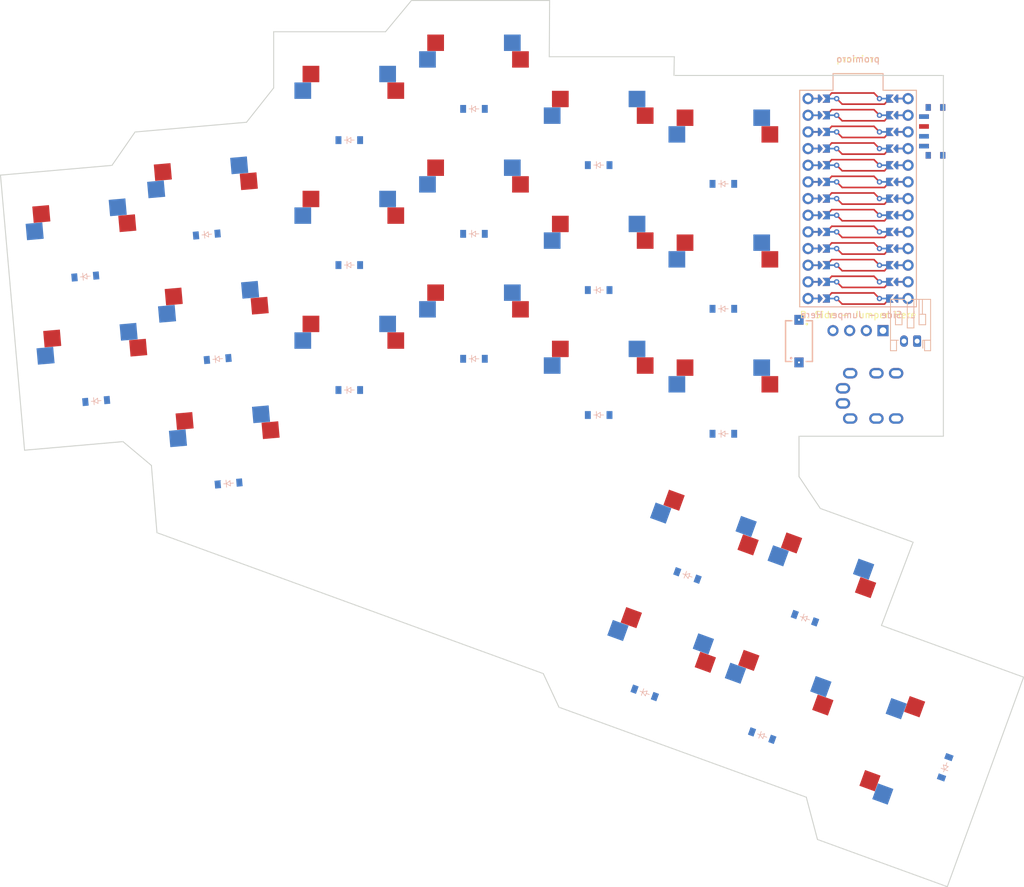
<source format=kicad_pcb>
(kicad_pcb (version 20240108) (generator "ergogen") (generator_version "4.1.0")
  (title_block (title "lagbord") (date "2025-08-19") (rev "v1.0.0") (company "Unknown"))
  (layers (0 "F.Cu" signal) (31 "B.Cu" signal) (34 "B.Paste" user) (35 "F.Paste" user) (36 "B.SilkS" user "B.Silkscreen") (37 "F.SilkS" user "F.Silkscreen") (38 "B.Mask" user) (39 "F.Mask" user) (44 "Edge.Cuts" user))
  (net 0 "")
  (net 1 "C_P_OUTER")
  (net 2 "outer_home")
  (net 3 "outer_top")
  (net 4 "C_P_INNER")
  (net 5 "inner_bottom")
  (net 6 "inner_home")
  (net 7 "inner_top")
  (net 8 "C_M_RING")
  (net 9 "ring_bottom")
  (net 10 "ring_home")
  (net 11 "ring_top")
  (net 12 "C_M_MIDDLE")
  (net 13 "middle_bottom")
  (net 14 "middle_home")
  (net 15 "middle_top")
  (net 16 "C_M_INDEX")
  (net 17 "index_bottom")
  (net 18 "index_home")
  (net 19 "index_top")
  (net 20 "C_M_INNER")
  (net 21 "outer_row")
  (net 22 "middle_row")
  (net 23 "inner_row")
  (net 24 "R_HOME")
  (net 25 "R_TOP")
  (net 26 "R_BOT")
  (net 27 "R_THUMB")
  (net 28 "P1")
  (net 29 "P0")
  (net 30 "P2")
  (net 31 "P3")
  (net 32 "P4")
  (net 33 "P5")
  (net 34 "P6")
  (net 35 "P7")
  (net 36 "P8")
  (net 37 "P9")
  (net 38 "P21")
  (net 39 "P20")
  (net 40 "P19")
  (net 41 "P18")
  (net 42 "P15")
  (net 43 "P14")
  (net 44 "P16")
  (net 45 "P10")
  (net 46 "RAW")
  (net 47 "B+")
  (net 48 "B-")
  (net 49 "RST")
  (net 50 "VCC")
  (net 51 "GND")
  (net 52 "_1_0")
  (net 53 "_1_25")
  (net 54 "_1_1")
  (net 55 "_1_24")
  (net 56 "_1_2")
  (net 57 "_1_23")
  (net 58 "_1_3")
  (net 59 "_1_22")
  (net 60 "_1_4")
  (net 61 "_1_21")
  (net 62 "_1_5")
  (net 63 "_1_20")
  (net 64 "_1_6")
  (net 65 "_1_19")
  (net 66 "_1_7")
  (net 67 "_1_18")
  (net 68 "_1_8")
  (net 69 "_1_17")
  (net 70 "_1_9")
  (net 71 "_1_16")
  (net 72 "_1_10")
  (net 73 "_1_15")
  (net 74 "_1_11")
  (net 75 "_1_14")
  (net 76 "_1_12")
  (net 77 "_1_13")
  (net 78 "pos")
  (module MX (layer F.Cu) (at 48.3396831 81.022491 5)
    (fp_text reference "S1" hide)
    (fp_text value "" hide)
    (pad "" np_thru_hole circle (at 0 0) (size 3.9878 3.9878) (drill 3.9878) (layers *.Cu *.Mask))
    (pad "" np_thru_hole circle (at 5.08 0) (size 1.7018 1.7018) (drill 1.7018) (layers *.Cu *.Mask))
    (pad "" np_thru_hole circle (at -5.08 0) (size 1.7018 1.7018) (drill 1.7018) (layers *.Cu *.Mask))
    (pad "" np_thru_hole circle (at 2.54 -5.08) (size 3 3) (drill 3) (layers *.Cu *.Mask))
    (pad "" np_thru_hole circle (at -3.81 -2.54) (size 3 3) (drill 3) (layers *.Cu *.Mask))
    (pad 1 smd rect (at -7.085 -2.54 5) (size 2.55 2.5) (layers B.Cu B.Paste B.Mask) (net 1 "C_P_OUTER"))
    (pad 2 smd rect (at 5.842 -5.08 5) (size 2.55 2.5) (layers B.Cu B.Paste B.Mask) (net 2 "outer_home"))
    (pad "" np_thru_hole circle (at -2.54 -5.08) (size 3 3) (drill 3) (layers *.Cu *.Mask))
    (pad "" np_thru_hole circle (at 3.81 -2.54) (size 3 3) (drill 3) (layers *.Cu *.Mask))
    (pad 1 smd rect (at 7.085 -2.54 5) (size 2.55 2.5) (layers F.Cu F.Paste F.Mask) (net 1 "C_P_OUTER"))
    (pad 2 smd rect (at -5.842 -5.08 5) (size 2.55 2.5) (layers F.Cu F.Paste F.Mask) (net 2 "outer_home"))
  )
  (module MX (layer F.Cu) (at 46.679366200000004 62.044982000000005 5)
    (fp_text reference "S2" hide)
    (fp_text value "" hide)
    (pad "" np_thru_hole circle (at 0 0) (size 3.9878 3.9878) (drill 3.9878) (layers *.Cu *.Mask))
    (pad "" np_thru_hole circle (at 5.08 0) (size 1.7018 1.7018) (drill 1.7018) (layers *.Cu *.Mask))
    (pad "" np_thru_hole circle (at -5.08 0) (size 1.7018 1.7018) (drill 1.7018) (layers *.Cu *.Mask))
    (pad "" np_thru_hole circle (at 2.54 -5.08) (size 3 3) (drill 3) (layers *.Cu *.Mask))
    (pad "" np_thru_hole circle (at -3.81 -2.54) (size 3 3) (drill 3) (layers *.Cu *.Mask))
    (pad 1 smd rect (at -7.085 -2.54 5) (size 2.55 2.5) (layers B.Cu B.Paste B.Mask) (net 1 "C_P_OUTER"))
    (pad 2 smd rect (at 5.842 -5.08 5) (size 2.55 2.5) (layers B.Cu B.Paste B.Mask) (net 3 "outer_top"))
    (pad "" np_thru_hole circle (at -2.54 -5.08) (size 3 3) (drill 3) (layers *.Cu *.Mask))
    (pad "" np_thru_hole circle (at 3.81 -2.54) (size 3 3) (drill 3) (layers *.Cu *.Mask))
    (pad 1 smd rect (at 7.085 -2.54 5) (size 2.55 2.5) (layers F.Cu F.Paste F.Mask) (net 1 "C_P_OUTER"))
    (pad 2 smd rect (at -5.842 -5.08 5) (size 2.55 2.5) (layers F.Cu F.Paste F.Mask) (net 3 "outer_top"))
  )
  (module MX (layer F.Cu) (at 68.51262 93.5996636 5)
    (fp_text reference "S3" hide)
    (fp_text value "" hide)
    (pad "" np_thru_hole circle (at 0 0) (size 3.9878 3.9878) (drill 3.9878) (layers *.Cu *.Mask))
    (pad "" np_thru_hole circle (at 5.08 0) (size 1.7018 1.7018) (drill 1.7018) (layers *.Cu *.Mask))
    (pad "" np_thru_hole circle (at -5.08 0) (size 1.7018 1.7018) (drill 1.7018) (layers *.Cu *.Mask))
    (pad "" np_thru_hole circle (at 2.54 -5.08) (size 3 3) (drill 3) (layers *.Cu *.Mask))
    (pad "" np_thru_hole circle (at -3.81 -2.54) (size 3 3) (drill 3) (layers *.Cu *.Mask))
    (pad 1 smd rect (at -7.085 -2.54 5) (size 2.55 2.5) (layers B.Cu B.Paste B.Mask) (net 4 "C_P_INNER"))
    (pad 2 smd rect (at 5.842 -5.08 5) (size 2.55 2.5) (layers B.Cu B.Paste B.Mask) (net 5 "inner_bottom"))
    (pad "" np_thru_hole circle (at -2.54 -5.08) (size 3 3) (drill 3) (layers *.Cu *.Mask))
    (pad "" np_thru_hole circle (at 3.81 -2.54) (size 3 3) (drill 3) (layers *.Cu *.Mask))
    (pad 1 smd rect (at 7.085 -2.54 5) (size 2.55 2.5) (layers F.Cu F.Paste F.Mask) (net 4 "C_P_INNER"))
    (pad 2 smd rect (at -5.842 -5.08 5) (size 2.55 2.5) (layers F.Cu F.Paste F.Mask) (net 5 "inner_bottom"))
  )
  (module MX (layer F.Cu) (at 66.8523031 74.6221546 5)
    (fp_text reference "S4" hide)
    (fp_text value "" hide)
    (pad "" np_thru_hole circle (at 0 0) (size 3.9878 3.9878) (drill 3.9878) (layers *.Cu *.Mask))
    (pad "" np_thru_hole circle (at 5.08 0) (size 1.7018 1.7018) (drill 1.7018) (layers *.Cu *.Mask))
    (pad "" np_thru_hole circle (at -5.08 0) (size 1.7018 1.7018) (drill 1.7018) (layers *.Cu *.Mask))
    (pad "" np_thru_hole circle (at 2.54 -5.08) (size 3 3) (drill 3) (layers *.Cu *.Mask))
    (pad "" np_thru_hole circle (at -3.81 -2.54) (size 3 3) (drill 3) (layers *.Cu *.Mask))
    (pad 1 smd rect (at -7.085 -2.54 5) (size 2.55 2.5) (layers B.Cu B.Paste B.Mask) (net 4 "C_P_INNER"))
    (pad 2 smd rect (at 5.842 -5.08 5) (size 2.55 2.5) (layers B.Cu B.Paste B.Mask) (net 6 "inner_home"))
    (pad "" np_thru_hole circle (at -2.54 -5.08) (size 3 3) (drill 3) (layers *.Cu *.Mask))
    (pad "" np_thru_hole circle (at 3.81 -2.54) (size 3 3) (drill 3) (layers *.Cu *.Mask))
    (pad 1 smd rect (at 7.085 -2.54 5) (size 2.55 2.5) (layers F.Cu F.Paste F.Mask) (net 4 "C_P_INNER"))
    (pad 2 smd rect (at -5.842 -5.08 5) (size 2.55 2.5) (layers F.Cu F.Paste F.Mask) (net 6 "inner_home"))
  )
  (module MX (layer F.Cu) (at 65.1919862 55.644645600000004 5)
    (fp_text reference "S5" hide)
    (fp_text value "" hide)
    (pad "" np_thru_hole circle (at 0 0) (size 3.9878 3.9878) (drill 3.9878) (layers *.Cu *.Mask))
    (pad "" np_thru_hole circle (at 5.08 0) (size 1.7018 1.7018) (drill 1.7018) (layers *.Cu *.Mask))
    (pad "" np_thru_hole circle (at -5.08 0) (size 1.7018 1.7018) (drill 1.7018) (layers *.Cu *.Mask))
    (pad "" np_thru_hole circle (at 2.54 -5.08) (size 3 3) (drill 3) (layers *.Cu *.Mask))
    (pad "" np_thru_hole circle (at -3.81 -2.54) (size 3 3) (drill 3) (layers *.Cu *.Mask))
    (pad 1 smd rect (at -7.085 -2.54 5) (size 2.55 2.5) (layers B.Cu B.Paste B.Mask) (net 4 "C_P_INNER"))
    (pad 2 smd rect (at 5.842 -5.08 5) (size 2.55 2.5) (layers B.Cu B.Paste B.Mask) (net 7 "inner_top"))
    (pad "" np_thru_hole circle (at -2.54 -5.08) (size 3 3) (drill 3) (layers *.Cu *.Mask))
    (pad "" np_thru_hole circle (at 3.81 -2.54) (size 3 3) (drill 3) (layers *.Cu *.Mask))
    (pad 1 smd rect (at 7.085 -2.54 5) (size 2.55 2.5) (layers F.Cu F.Paste F.Mask) (net 4 "C_P_INNER"))
    (pad 2 smd rect (at -5.842 -5.08 5) (size 2.55 2.5) (layers F.Cu F.Paste F.Mask) (net 7 "inner_top"))
  )
  (module MX (layer F.Cu) (at 87.3407048 79.3313928 0)
    (fp_text reference "S6" hide)
    (fp_text value "" hide)
    (pad "" np_thru_hole circle (at 0 0) (size 3.9878 3.9878) (drill 3.9878) (layers *.Cu *.Mask))
    (pad "" np_thru_hole circle (at 5.08 0) (size 1.7018 1.7018) (drill 1.7018) (layers *.Cu *.Mask))
    (pad "" np_thru_hole circle (at -5.08 0) (size 1.7018 1.7018) (drill 1.7018) (layers *.Cu *.Mask))
    (pad "" np_thru_hole circle (at 2.54 -5.08) (size 3 3) (drill 3) (layers *.Cu *.Mask))
    (pad "" np_thru_hole circle (at -3.81 -2.54) (size 3 3) (drill 3) (layers *.Cu *.Mask))
    (pad 1 smd rect (at -7.085 -2.54 0) (size 2.55 2.5) (layers B.Cu B.Paste B.Mask) (net 8 "C_M_RING"))
    (pad 2 smd rect (at 5.842 -5.08 0) (size 2.55 2.5) (layers B.Cu B.Paste B.Mask) (net 9 "ring_bottom"))
    (pad "" np_thru_hole circle (at -2.54 -5.08) (size 3 3) (drill 3) (layers *.Cu *.Mask))
    (pad "" np_thru_hole circle (at 3.81 -2.54) (size 3 3) (drill 3) (layers *.Cu *.Mask))
    (pad 1 smd rect (at 7.085 -2.54 0) (size 2.55 2.5) (layers F.Cu F.Paste F.Mask) (net 8 "C_M_RING"))
    (pad 2 smd rect (at -5.842 -5.08 0) (size 2.55 2.5) (layers F.Cu F.Paste F.Mask) (net 9 "ring_bottom"))
  )
  (module MX (layer F.Cu) (at 87.3407048 60.281392800000006 0)
    (fp_text reference "S7" hide)
    (fp_text value "" hide)
    (pad "" np_thru_hole circle (at 0 0) (size 3.9878 3.9878) (drill 3.9878) (layers *.Cu *.Mask))
    (pad "" np_thru_hole circle (at 5.08 0) (size 1.7018 1.7018) (drill 1.7018) (layers *.Cu *.Mask))
    (pad "" np_thru_hole circle (at -5.08 0) (size 1.7018 1.7018) (drill 1.7018) (layers *.Cu *.Mask))
    (pad "" np_thru_hole circle (at 2.54 -5.08) (size 3 3) (drill 3) (layers *.Cu *.Mask))
    (pad "" np_thru_hole circle (at -3.81 -2.54) (size 3 3) (drill 3) (layers *.Cu *.Mask))
    (pad 1 smd rect (at -7.085 -2.54 0) (size 2.55 2.5) (layers B.Cu B.Paste B.Mask) (net 8 "C_M_RING"))
    (pad 2 smd rect (at 5.842 -5.08 0) (size 2.55 2.5) (layers B.Cu B.Paste B.Mask) (net 10 "ring_home"))
    (pad "" np_thru_hole circle (at -2.54 -5.08) (size 3 3) (drill 3) (layers *.Cu *.Mask))
    (pad "" np_thru_hole circle (at 3.81 -2.54) (size 3 3) (drill 3) (layers *.Cu *.Mask))
    (pad 1 smd rect (at 7.085 -2.54 0) (size 2.55 2.5) (layers F.Cu F.Paste F.Mask) (net 8 "C_M_RING"))
    (pad 2 smd rect (at -5.842 -5.08 0) (size 2.55 2.5) (layers F.Cu F.Paste F.Mask) (net 10 "ring_home"))
  )
  (module MX (layer F.Cu) (at 87.3407048 41.23139280000001 0)
    (fp_text reference "S8" hide)
    (fp_text value "" hide)
    (pad "" np_thru_hole circle (at 0 0) (size 3.9878 3.9878) (drill 3.9878) (layers *.Cu *.Mask))
    (pad "" np_thru_hole circle (at 5.08 0) (size 1.7018 1.7018) (drill 1.7018) (layers *.Cu *.Mask))
    (pad "" np_thru_hole circle (at -5.08 0) (size 1.7018 1.7018) (drill 1.7018) (layers *.Cu *.Mask))
    (pad "" np_thru_hole circle (at 2.54 -5.08) (size 3 3) (drill 3) (layers *.Cu *.Mask))
    (pad "" np_thru_hole circle (at -3.81 -2.54) (size 3 3) (drill 3) (layers *.Cu *.Mask))
    (pad 1 smd rect (at -7.085 -2.54 0) (size 2.55 2.5) (layers B.Cu B.Paste B.Mask) (net 8 "C_M_RING"))
    (pad 2 smd rect (at 5.842 -5.08 0) (size 2.55 2.5) (layers B.Cu B.Paste B.Mask) (net 11 "ring_top"))
    (pad "" np_thru_hole circle (at -2.54 -5.08) (size 3 3) (drill 3) (layers *.Cu *.Mask))
    (pad "" np_thru_hole circle (at 3.81 -2.54) (size 3 3) (drill 3) (layers *.Cu *.Mask))
    (pad 1 smd rect (at 7.085 -2.54 0) (size 2.55 2.5) (layers F.Cu F.Paste F.Mask) (net 8 "C_M_RING"))
    (pad 2 smd rect (at -5.842 -5.08 0) (size 2.55 2.5) (layers F.Cu F.Paste F.Mask) (net 11 "ring_top"))
  )
  (module MX (layer F.Cu) (at 106.34070489999999 74.5688928 0)
    (fp_text reference "S9" hide)
    (fp_text value "" hide)
    (pad "" np_thru_hole circle (at 0 0) (size 3.9878 3.9878) (drill 3.9878) (layers *.Cu *.Mask))
    (pad "" np_thru_hole circle (at 5.08 0) (size 1.7018 1.7018) (drill 1.7018) (layers *.Cu *.Mask))
    (pad "" np_thru_hole circle (at -5.08 0) (size 1.7018 1.7018) (drill 1.7018) (layers *.Cu *.Mask))
    (pad "" np_thru_hole circle (at 2.54 -5.08) (size 3 3) (drill 3) (layers *.Cu *.Mask))
    (pad "" np_thru_hole circle (at -3.81 -2.54) (size 3 3) (drill 3) (layers *.Cu *.Mask))
    (pad 1 smd rect (at -7.085 -2.54 0) (size 2.55 2.5) (layers B.Cu B.Paste B.Mask) (net 12 "C_M_MIDDLE"))
    (pad 2 smd rect (at 5.842 -5.08 0) (size 2.55 2.5) (layers B.Cu B.Paste B.Mask) (net 13 "middle_bottom"))
    (pad "" np_thru_hole circle (at -2.54 -5.08) (size 3 3) (drill 3) (layers *.Cu *.Mask))
    (pad "" np_thru_hole circle (at 3.81 -2.54) (size 3 3) (drill 3) (layers *.Cu *.Mask))
    (pad 1 smd rect (at 7.085 -2.54 0) (size 2.55 2.5) (layers F.Cu F.Paste F.Mask) (net 12 "C_M_MIDDLE"))
    (pad 2 smd rect (at -5.842 -5.08 0) (size 2.55 2.5) (layers F.Cu F.Paste F.Mask) (net 13 "middle_bottom"))
  )
  (module MX (layer F.Cu) (at 106.34070489999999 55.5188928 0)
    (fp_text reference "S10" hide)
    (fp_text value "" hide)
    (pad "" np_thru_hole circle (at 0 0) (size 3.9878 3.9878) (drill 3.9878) (layers *.Cu *.Mask))
    (pad "" np_thru_hole circle (at 5.08 0) (size 1.7018 1.7018) (drill 1.7018) (layers *.Cu *.Mask))
    (pad "" np_thru_hole circle (at -5.08 0) (size 1.7018 1.7018) (drill 1.7018) (layers *.Cu *.Mask))
    (pad "" np_thru_hole circle (at 2.54 -5.08) (size 3 3) (drill 3) (layers *.Cu *.Mask))
    (pad "" np_thru_hole circle (at -3.81 -2.54) (size 3 3) (drill 3) (layers *.Cu *.Mask))
    (pad 1 smd rect (at -7.085 -2.54 0) (size 2.55 2.5) (layers B.Cu B.Paste B.Mask) (net 12 "C_M_MIDDLE"))
    (pad 2 smd rect (at 5.842 -5.08 0) (size 2.55 2.5) (layers B.Cu B.Paste B.Mask) (net 14 "middle_home"))
    (pad "" np_thru_hole circle (at -2.54 -5.08) (size 3 3) (drill 3) (layers *.Cu *.Mask))
    (pad "" np_thru_hole circle (at 3.81 -2.54) (size 3 3) (drill 3) (layers *.Cu *.Mask))
    (pad 1 smd rect (at 7.085 -2.54 0) (size 2.55 2.5) (layers F.Cu F.Paste F.Mask) (net 12 "C_M_MIDDLE"))
    (pad 2 smd rect (at -5.842 -5.08 0) (size 2.55 2.5) (layers F.Cu F.Paste F.Mask) (net 14 "middle_home"))
  )
  (module MX (layer F.Cu) (at 106.34070489999999 36.468892800000006 0)
    (fp_text reference "S11" hide)
    (fp_text value "" hide)
    (pad "" np_thru_hole circle (at 0 0) (size 3.9878 3.9878) (drill 3.9878) (layers *.Cu *.Mask))
    (pad "" np_thru_hole circle (at 5.08 0) (size 1.7018 1.7018) (drill 1.7018) (layers *.Cu *.Mask))
    (pad "" np_thru_hole circle (at -5.08 0) (size 1.7018 1.7018) (drill 1.7018) (layers *.Cu *.Mask))
    (pad "" np_thru_hole circle (at 2.54 -5.08) (size 3 3) (drill 3) (layers *.Cu *.Mask))
    (pad "" np_thru_hole circle (at -3.81 -2.54) (size 3 3) (drill 3) (layers *.Cu *.Mask))
    (pad 1 smd rect (at -7.085 -2.54 0) (size 2.55 2.5) (layers B.Cu B.Paste B.Mask) (net 12 "C_M_MIDDLE"))
    (pad 2 smd rect (at 5.842 -5.08 0) (size 2.55 2.5) (layers B.Cu B.Paste B.Mask) (net 15 "middle_top"))
    (pad "" np_thru_hole circle (at -2.54 -5.08) (size 3 3) (drill 3) (layers *.Cu *.Mask))
    (pad "" np_thru_hole circle (at 3.81 -2.54) (size 3 3) (drill 3) (layers *.Cu *.Mask))
    (pad 1 smd rect (at 7.085 -2.54 0) (size 2.55 2.5) (layers F.Cu F.Paste F.Mask) (net 12 "C_M_MIDDLE"))
    (pad 2 smd rect (at -5.842 -5.08 0) (size 2.55 2.5) (layers F.Cu F.Paste F.Mask) (net 15 "middle_top"))
  )
  (module MX (layer F.Cu) (at 125.34070489999999 83.1413927 0)
    (fp_text reference "S12" hide)
    (fp_text value "" hide)
    (pad "" np_thru_hole circle (at 0 0) (size 3.9878 3.9878) (drill 3.9878) (layers *.Cu *.Mask))
    (pad "" np_thru_hole circle (at 5.08 0) (size 1.7018 1.7018) (drill 1.7018) (layers *.Cu *.Mask))
    (pad "" np_thru_hole circle (at -5.08 0) (size 1.7018 1.7018) (drill 1.7018) (layers *.Cu *.Mask))
    (pad "" np_thru_hole circle (at 2.54 -5.08) (size 3 3) (drill 3) (layers *.Cu *.Mask))
    (pad "" np_thru_hole circle (at -3.81 -2.54) (size 3 3) (drill 3) (layers *.Cu *.Mask))
    (pad 1 smd rect (at -7.085 -2.54 0) (size 2.55 2.5) (layers B.Cu B.Paste B.Mask) (net 16 "C_M_INDEX"))
    (pad 2 smd rect (at 5.842 -5.08 0) (size 2.55 2.5) (layers B.Cu B.Paste B.Mask) (net 17 "index_bottom"))
    (pad "" np_thru_hole circle (at -2.54 -5.08) (size 3 3) (drill 3) (layers *.Cu *.Mask))
    (pad "" np_thru_hole circle (at 3.81 -2.54) (size 3 3) (drill 3) (layers *.Cu *.Mask))
    (pad 1 smd rect (at 7.085 -2.54 0) (size 2.55 2.5) (layers F.Cu F.Paste F.Mask) (net 16 "C_M_INDEX"))
    (pad 2 smd rect (at -5.842 -5.08 0) (size 2.55 2.5) (layers F.Cu F.Paste F.Mask) (net 17 "index_bottom"))
  )
  (module MX (layer F.Cu) (at 125.34070489999999 64.0913927 0)
    (fp_text reference "S13" hide)
    (fp_text value "" hide)
    (pad "" np_thru_hole circle (at 0 0) (size 3.9878 3.9878) (drill 3.9878) (layers *.Cu *.Mask))
    (pad "" np_thru_hole circle (at 5.08 0) (size 1.7018 1.7018) (drill 1.7018) (layers *.Cu *.Mask))
    (pad "" np_thru_hole circle (at -5.08 0) (size 1.7018 1.7018) (drill 1.7018) (layers *.Cu *.Mask))
    (pad "" np_thru_hole circle (at 2.54 -5.08) (size 3 3) (drill 3) (layers *.Cu *.Mask))
    (pad "" np_thru_hole circle (at -3.81 -2.54) (size 3 3) (drill 3) (layers *.Cu *.Mask))
    (pad 1 smd rect (at -7.085 -2.54 0) (size 2.55 2.5) (layers B.Cu B.Paste B.Mask) (net 16 "C_M_INDEX"))
    (pad 2 smd rect (at 5.842 -5.08 0) (size 2.55 2.5) (layers B.Cu B.Paste B.Mask) (net 18 "index_home"))
    (pad "" np_thru_hole circle (at -2.54 -5.08) (size 3 3) (drill 3) (layers *.Cu *.Mask))
    (pad "" np_thru_hole circle (at 3.81 -2.54) (size 3 3) (drill 3) (layers *.Cu *.Mask))
    (pad 1 smd rect (at 7.085 -2.54 0) (size 2.55 2.5) (layers F.Cu F.Paste F.Mask) (net 16 "C_M_INDEX"))
    (pad 2 smd rect (at -5.842 -5.08 0) (size 2.55 2.5) (layers F.Cu F.Paste F.Mask) (net 18 "index_home"))
  )
  (module MX (layer F.Cu) (at 125.34070489999999 45.0413927 0)
    (fp_text reference "S14" hide)
    (fp_text value "" hide)
    (pad "" np_thru_hole circle (at 0 0) (size 3.9878 3.9878) (drill 3.9878) (layers *.Cu *.Mask))
    (pad "" np_thru_hole circle (at 5.08 0) (size 1.7018 1.7018) (drill 1.7018) (layers *.Cu *.Mask))
    (pad "" np_thru_hole circle (at -5.08 0) (size 1.7018 1.7018) (drill 1.7018) (layers *.Cu *.Mask))
    (pad "" np_thru_hole circle (at 2.54 -5.08) (size 3 3) (drill 3) (layers *.Cu *.Mask))
    (pad "" np_thru_hole circle (at -3.81 -2.54) (size 3 3) (drill 3) (layers *.Cu *.Mask))
    (pad 1 smd rect (at -7.085 -2.54 0) (size 2.55 2.5) (layers B.Cu B.Paste B.Mask) (net 16 "C_M_INDEX"))
    (pad 2 smd rect (at 5.842 -5.08 0) (size 2.55 2.5) (layers B.Cu B.Paste B.Mask) (net 19 "index_top"))
    (pad "" np_thru_hole circle (at -2.54 -5.08) (size 3 3) (drill 3) (layers *.Cu *.Mask))
    (pad "" np_thru_hole circle (at 3.81 -2.54) (size 3 3) (drill 3) (layers *.Cu *.Mask))
    (pad 1 smd rect (at 7.085 -2.54 0) (size 2.55 2.5) (layers F.Cu F.Paste F.Mask) (net 16 "C_M_INDEX"))
    (pad 2 smd rect (at -5.842 -5.08 0) (size 2.55 2.5) (layers F.Cu F.Paste F.Mask) (net 19 "index_top"))
  )
  (module MX (layer F.Cu) (at 144.3407049 85.99889280000001 0)
    (fp_text reference "S15" hide)
    (fp_text value "" hide)
    (pad "" np_thru_hole circle (at 0 0) (size 3.9878 3.9878) (drill 3.9878) (layers *.Cu *.Mask))
    (pad "" np_thru_hole circle (at 5.08 0) (size 1.7018 1.7018) (drill 1.7018) (layers *.Cu *.Mask))
    (pad "" np_thru_hole circle (at -5.08 0) (size 1.7018 1.7018) (drill 1.7018) (layers *.Cu *.Mask))
    (pad "" np_thru_hole circle (at 2.54 -5.08) (size 3 3) (drill 3) (layers *.Cu *.Mask))
    (pad "" np_thru_hole circle (at -3.81 -2.54) (size 3 3) (drill 3) (layers *.Cu *.Mask))
    (pad 1 smd rect (at -7.085 -2.54 0) (size 2.55 2.5) (layers B.Cu B.Paste B.Mask) (net 20 "C_M_INNER"))
    (pad 2 smd rect (at 5.842 -5.08 0) (size 2.55 2.5) (layers B.Cu B.Paste B.Mask) (net 5 "inner_bottom"))
    (pad "" np_thru_hole circle (at -2.54 -5.08) (size 3 3) (drill 3) (layers *.Cu *.Mask))
    (pad "" np_thru_hole circle (at 3.81 -2.54) (size 3 3) (drill 3) (layers *.Cu *.Mask))
    (pad 1 smd rect (at 7.085 -2.54 0) (size 2.55 2.5) (layers F.Cu F.Paste F.Mask) (net 20 "C_M_INNER"))
    (pad 2 smd rect (at -5.842 -5.08 0) (size 2.55 2.5) (layers F.Cu F.Paste F.Mask) (net 5 "inner_bottom"))
  )
  (module MX (layer F.Cu) (at 144.3407049 66.94889280000001 0)
    (fp_text reference "S16" hide)
    (fp_text value "" hide)
    (pad "" np_thru_hole circle (at 0 0) (size 3.9878 3.9878) (drill 3.9878) (layers *.Cu *.Mask))
    (pad "" np_thru_hole circle (at 5.08 0) (size 1.7018 1.7018) (drill 1.7018) (layers *.Cu *.Mask))
    (pad "" np_thru_hole circle (at -5.08 0) (size 1.7018 1.7018) (drill 1.7018) (layers *.Cu *.Mask))
    (pad "" np_thru_hole circle (at 2.54 -5.08) (size 3 3) (drill 3) (layers *.Cu *.Mask))
    (pad "" np_thru_hole circle (at -3.81 -2.54) (size 3 3) (drill 3) (layers *.Cu *.Mask))
    (pad 1 smd rect (at -7.085 -2.54 0) (size 2.55 2.5) (layers B.Cu B.Paste B.Mask) (net 20 "C_M_INNER"))
    (pad 2 smd rect (at 5.842 -5.08 0) (size 2.55 2.5) (layers B.Cu B.Paste B.Mask) (net 6 "inner_home"))
    (pad "" np_thru_hole circle (at -2.54 -5.08) (size 3 3) (drill 3) (layers *.Cu *.Mask))
    (pad "" np_thru_hole circle (at 3.81 -2.54) (size 3 3) (drill 3) (layers *.Cu *.Mask))
    (pad 1 smd rect (at 7.085 -2.54 0) (size 2.55 2.5) (layers F.Cu F.Paste F.Mask) (net 20 "C_M_INNER"))
    (pad 2 smd rect (at -5.842 -5.08 0) (size 2.55 2.5) (layers F.Cu F.Paste F.Mask) (net 6 "inner_home"))
  )
  (module MX (layer F.Cu) (at 144.3407049 47.89889280000001 0)
    (fp_text reference "S17" hide)
    (fp_text value "" hide)
    (pad "" np_thru_hole circle (at 0 0) (size 3.9878 3.9878) (drill 3.9878) (layers *.Cu *.Mask))
    (pad "" np_thru_hole circle (at 5.08 0) (size 1.7018 1.7018) (drill 1.7018) (layers *.Cu *.Mask))
    (pad "" np_thru_hole circle (at -5.08 0) (size 1.7018 1.7018) (drill 1.7018) (layers *.Cu *.Mask))
    (pad "" np_thru_hole circle (at 2.54 -5.08) (size 3 3) (drill 3) (layers *.Cu *.Mask))
    (pad "" np_thru_hole circle (at -3.81 -2.54) (size 3 3) (drill 3) (layers *.Cu *.Mask))
    (pad 1 smd rect (at -7.085 -2.54 0) (size 2.55 2.5) (layers B.Cu B.Paste B.Mask) (net 20 "C_M_INNER"))
    (pad 2 smd rect (at 5.842 -5.08 0) (size 2.55 2.5) (layers B.Cu B.Paste B.Mask) (net 7 "inner_top"))
    (pad "" np_thru_hole circle (at -2.54 -5.08) (size 3 3) (drill 3) (layers *.Cu *.Mask))
    (pad "" np_thru_hole circle (at 3.81 -2.54) (size 3 3) (drill 3) (layers *.Cu *.Mask))
    (pad 1 smd rect (at 7.085 -2.54 0) (size 2.55 2.5) (layers F.Cu F.Paste F.Mask) (net 20 "C_M_INNER"))
    (pad 2 smd rect (at -5.842 -5.08 0) (size 2.55 2.5) (layers F.Cu F.Paste F.Mask) (net 7 "inner_top"))
  )
  (module MX (layer F.Cu) (at 140.5807049 107.9063927 -20)
    (fp_text reference "S18" hide)
    (fp_text value "" hide)
    (pad "" np_thru_hole circle (at 0 0) (size 3.9878 3.9878) (drill 3.9878) (layers *.Cu *.Mask))
    (pad "" np_thru_hole circle (at 5.08 0) (size 1.7018 1.7018) (drill 1.7018) (layers *.Cu *.Mask))
    (pad "" np_thru_hole circle (at -5.08 0) (size 1.7018 1.7018) (drill 1.7018) (layers *.Cu *.Mask))
    (pad "" np_thru_hole circle (at 2.54 -5.08) (size 3 3) (drill 3) (layers *.Cu *.Mask))
    (pad "" np_thru_hole circle (at -3.81 -2.54) (size 3 3) (drill 3) (layers *.Cu *.Mask))
    (pad 1 smd rect (at -7.085 -2.54 -20) (size 2.55 2.5) (layers B.Cu B.Paste B.Mask) (net 4 "C_P_INNER"))
    (pad 2 smd rect (at 5.842 -5.08 -20) (size 2.55 2.5) (layers B.Cu B.Paste B.Mask) (net 21 "outer_row"))
    (pad "" np_thru_hole circle (at -2.54 -5.08) (size 3 3) (drill 3) (layers *.Cu *.Mask))
    (pad "" np_thru_hole circle (at 3.81 -2.54) (size 3 3) (drill 3) (layers *.Cu *.Mask))
    (pad 1 smd rect (at 7.085 -2.54 -20) (size 2.55 2.5) (layers F.Cu F.Paste F.Mask) (net 4 "C_P_INNER"))
    (pad 2 smd rect (at -5.842 -5.08 -20) (size 2.55 2.5) (layers F.Cu F.Paste F.Mask) (net 21 "outer_row"))
  )
  (module MX (layer F.Cu) (at 158.4818493 114.4218764 -20)
    (fp_text reference "S19" hide)
    (fp_text value "" hide)
    (pad "" np_thru_hole circle (at 0 0) (size 3.9878 3.9878) (drill 3.9878) (layers *.Cu *.Mask))
    (pad "" np_thru_hole circle (at 5.08 0) (size 1.7018 1.7018) (drill 1.7018) (layers *.Cu *.Mask))
    (pad "" np_thru_hole circle (at -5.08 0) (size 1.7018 1.7018) (drill 1.7018) (layers *.Cu *.Mask))
    (pad "" np_thru_hole circle (at 2.54 -5.08) (size 3 3) (drill 3) (layers *.Cu *.Mask))
    (pad "" np_thru_hole circle (at -3.81 -2.54) (size 3 3) (drill 3) (layers *.Cu *.Mask))
    (pad 1 smd rect (at -7.085 -2.54 -20) (size 2.55 2.5) (layers B.Cu B.Paste B.Mask) (net 8 "C_M_RING"))
    (pad 2 smd rect (at 5.842 -5.08 -20) (size 2.55 2.5) (layers B.Cu B.Paste B.Mask) (net 22 "middle_row"))
    (pad "" np_thru_hole circle (at -2.54 -5.08) (size 3 3) (drill 3) (layers *.Cu *.Mask))
    (pad "" np_thru_hole circle (at 3.81 -2.54) (size 3 3) (drill 3) (layers *.Cu *.Mask))
    (pad 1 smd rect (at 7.085 -2.54 -20) (size 2.55 2.5) (layers F.Cu F.Paste F.Mask) (net 8 "C_M_RING"))
    (pad 2 smd rect (at -5.842 -5.08 -20) (size 2.55 2.5) (layers F.Cu F.Paste F.Mask) (net 22 "middle_row"))
  )
  (module MX (layer F.Cu) (at 134.0652212 125.80753709999999 -20)
    (fp_text reference "S20" hide)
    (fp_text value "" hide)
    (pad "" np_thru_hole circle (at 0 0) (size 3.9878 3.9878) (drill 3.9878) (layers *.Cu *.Mask))
    (pad "" np_thru_hole circle (at 5.08 0) (size 1.7018 1.7018) (drill 1.7018) (layers *.Cu *.Mask))
    (pad "" np_thru_hole circle (at -5.08 0) (size 1.7018 1.7018) (drill 1.7018) (layers *.Cu *.Mask))
    (pad "" np_thru_hole circle (at 2.54 -5.08) (size 3 3) (drill 3) (layers *.Cu *.Mask))
    (pad "" np_thru_hole circle (at -3.81 -2.54) (size 3 3) (drill 3) (layers *.Cu *.Mask))
    (pad 1 smd rect (at -7.085 -2.54 -20) (size 2.55 2.5) (layers B.Cu B.Paste B.Mask) (net 12 "C_M_MIDDLE"))
    (pad 2 smd rect (at 5.842 -5.08 -20) (size 2.55 2.5) (layers B.Cu B.Paste B.Mask) (net 21 "outer_row"))
    (pad "" np_thru_hole circle (at -2.54 -5.08) (size 3 3) (drill 3) (layers *.Cu *.Mask))
    (pad "" np_thru_hole circle (at 3.81 -2.54) (size 3 3) (drill 3) (layers *.Cu *.Mask))
    (pad 1 smd rect (at 7.085 -2.54 -20) (size 2.55 2.5) (layers F.Cu F.Paste F.Mask) (net 12 "C_M_MIDDLE"))
    (pad 2 smd rect (at -5.842 -5.08 -20) (size 2.55 2.5) (layers F.Cu F.Paste F.Mask) (net 21 "outer_row"))
  )
  (module MX (layer F.Cu) (at 151.9663656 132.3230208 -20)
    (fp_text reference "S21" hide)
    (fp_text value "" hide)
    (pad "" np_thru_hole circle (at 0 0) (size 3.9878 3.9878) (drill 3.9878) (layers *.Cu *.Mask))
    (pad "" np_thru_hole circle (at 5.08 0) (size 1.7018 1.7018) (drill 1.7018) (layers *.Cu *.Mask))
    (pad "" np_thru_hole circle (at -5.08 0) (size 1.7018 1.7018) (drill 1.7018) (layers *.Cu *.Mask))
    (pad "" np_thru_hole circle (at 2.54 -5.08) (size 3 3) (drill 3) (layers *.Cu *.Mask))
    (pad "" np_thru_hole circle (at -3.81 -2.54) (size 3 3) (drill 3) (layers *.Cu *.Mask))
    (pad 1 smd rect (at -7.085 -2.54 -20) (size 2.55 2.5) (layers B.Cu B.Paste B.Mask) (net 16 "C_M_INDEX"))
    (pad 2 smd rect (at 5.842 -5.08 -20) (size 2.55 2.5) (layers B.Cu B.Paste B.Mask) (net 22 "middle_row"))
    (pad "" np_thru_hole circle (at -2.54 -5.08) (size 3 3) (drill 3) (layers *.Cu *.Mask))
    (pad "" np_thru_hole circle (at 3.81 -2.54) (size 3 3) (drill 3) (layers *.Cu *.Mask))
    (pad 1 smd rect (at 7.085 -2.54 -20) (size 2.55 2.5) (layers F.Cu F.Paste F.Mask) (net 16 "C_M_INDEX"))
    (pad 2 smd rect (at -5.842 -5.08 -20) (size 2.55 2.5) (layers F.Cu F.Paste F.Mask) (net 22 "middle_row"))
  )
  (module MX (layer F.Cu) (at 173.4477389 140.1416013 70)
    (fp_text reference "S22" hide)
    (fp_text value "" hide)
    (pad "" np_thru_hole circle (at 0 0) (size 3.9878 3.9878) (drill 3.9878) (layers *.Cu *.Mask))
    (pad "" np_thru_hole circle (at 5.08 0) (size 1.7018 1.7018) (drill 1.7018) (layers *.Cu *.Mask))
    (pad "" np_thru_hole circle (at -5.08 0) (size 1.7018 1.7018) (drill 1.7018) (layers *.Cu *.Mask))
    (pad "" np_thru_hole circle (at 2.54 -5.08) (size 3 3) (drill 3) (layers *.Cu *.Mask))
    (pad "" np_thru_hole circle (at -3.81 -2.54) (size 3 3) (drill 3) (layers *.Cu *.Mask))
    (pad 1 smd rect (at -7.085 -2.54 70) (size 2.55 2.5) (layers B.Cu B.Paste B.Mask) (net 20 "C_M_INNER"))
    (pad 2 smd rect (at 5.842 -5.08 70) (size 2.55 2.5) (layers B.Cu B.Paste B.Mask) (net 23 "inner_row"))
    (pad "" np_thru_hole circle (at -2.54 -5.08) (size 3 3) (drill 3) (layers *.Cu *.Mask))
    (pad "" np_thru_hole circle (at 3.81 -2.54) (size 3 3) (drill 3) (layers *.Cu *.Mask))
    (pad 1 smd rect (at 7.085 -2.54 70) (size 2.55 2.5) (layers F.Cu F.Paste F.Mask) (net 20 "C_M_INNER"))
    (pad 2 smd rect (at -5.842 -5.08 70) (size 2.55 2.5) (layers F.Cu F.Paste F.Mask) (net 23 "inner_row"))
  )
  (footprint "ceoloide:diode_tht_sod123" (layer "B.Cu") (at 48.7754618 86.0034645 5)
    (property "Reference" "D1" hide)
    (pad "1" smd rect (at -1.65 0 5) (size 0.9 1.2) (layers "B.Cu" "B.Paste" "B.Mask") (net 24 "R_HOME"))
    (pad "2" smd rect (at 1.65 0 5) (size 0.9 1.2) (layers "B.Cu" "B.Paste" "B.Mask") (net 2 "outer_home"))
  )
  (footprint "ceoloide:diode_tht_sod123" (layer "B.Cu") (at 47.115144900000004 67.02595550000001 5)
    (property "Reference" "D2" hide)
    (pad "1" smd rect (at -1.65 0 5) (size 0.9 1.2) (layers "B.Cu" "B.Paste" "B.Mask") (net 25 "R_TOP"))
    (pad "2" smd rect (at 1.65 0 5) (size 0.9 1.2) (layers "B.Cu" "B.Paste" "B.Mask") (net 3 "outer_top"))
  )
  (footprint "ceoloide:diode_tht_sod123" (layer "B.Cu") (at 68.9483987 98.5806371 5)
    (property "Reference" "D3" hide)
    (pad "1" smd rect (at -1.65 0 5) (size 0.9 1.2) (layers "B.Cu" "B.Paste" "B.Mask") (net 26 "R_BOT"))
    (pad "2" smd rect (at 1.65 0 5) (size 0.9 1.2) (layers "B.Cu" "B.Paste" "B.Mask") (net 5 "inner_bottom"))
  )
  (footprint "ceoloide:diode_tht_sod123" (layer "B.Cu") (at 67.2880818 79.6031281 5)
    (property "Reference" "D4" hide)
    (pad "1" smd rect (at -1.65 0 5) (size 0.9 1.2) (layers "B.Cu" "B.Paste" "B.Mask") (net 24 "R_HOME"))
    (pad "2" smd rect (at 1.65 0 5) (size 0.9 1.2) (layers "B.Cu" "B.Paste" "B.Mask") (net 6 "inner_home"))
  )
  (footprint "ceoloide:diode_tht_sod123" (layer "B.Cu") (at 65.6277649 60.6256191 5)
    (property "Reference" "D5" hide)
    (pad "1" smd rect (at -1.65 0 5) (size 0.9 1.2) (layers "B.Cu" "B.Paste" "B.Mask") (net 25 "R_TOP"))
    (pad "2" smd rect (at 1.65 0 5) (size 0.9 1.2) (layers "B.Cu" "B.Paste" "B.Mask") (net 7 "inner_top"))
  )
  (footprint "ceoloide:diode_tht_sod123" (layer "B.Cu") (at 87.3407048 84.3313928 0)
    (property "Reference" "D6" hide)
    (pad "1" smd rect (at -1.65 0 0) (size 0.9 1.2) (layers "B.Cu" "B.Paste" "B.Mask") (net 26 "R_BOT"))
    (pad "2" smd rect (at 1.65 0 0) (size 0.9 1.2) (layers "B.Cu" "B.Paste" "B.Mask") (net 9 "ring_bottom"))
  )
  (footprint "ceoloide:diode_tht_sod123" (layer "B.Cu") (at 87.3407048 65.2813928 0)
    (property "Reference" "D7" hide)
    (pad "1" smd rect (at -1.65 0 0) (size 0.9 1.2) (layers "B.Cu" "B.Paste" "B.Mask") (net 24 "R_HOME"))
    (pad "2" smd rect (at 1.65 0 0) (size 0.9 1.2) (layers "B.Cu" "B.Paste" "B.Mask") (net 10 "ring_home"))
  )
  (footprint "ceoloide:diode_tht_sod123" (layer "B.Cu") (at 87.3407048 46.23139280000001 0)
    (property "Reference" "D8" hide)
    (pad "1" smd rect (at -1.65 0 0) (size 0.9 1.2) (layers "B.Cu" "B.Paste" "B.Mask") (net 25 "R_TOP"))
    (pad "2" smd rect (at 1.65 0 0) (size 0.9 1.2) (layers "B.Cu" "B.Paste" "B.Mask") (net 11 "ring_top"))
  )
  (footprint "ceoloide:diode_tht_sod123" (layer "B.Cu") (at 106.34070489999999 79.5688928 0)
    (property "Reference" "D9" hide)
    (pad "1" smd rect (at -1.65 0 0) (size 0.9 1.2) (layers "B.Cu" "B.Paste" "B.Mask") (net 26 "R_BOT"))
    (pad "2" smd rect (at 1.65 0 0) (size 0.9 1.2) (layers "B.Cu" "B.Paste" "B.Mask") (net 13 "middle_bottom"))
  )
  (footprint "ceoloide:diode_tht_sod123" (layer "B.Cu") (at 106.34070489999999 60.5188928 0)
    (property "Reference" "D10" hide)
    (pad "1" smd rect (at -1.65 0 0) (size 0.9 1.2) (layers "B.Cu" "B.Paste" "B.Mask") (net 24 "R_HOME"))
    (pad "2" smd rect (at 1.65 0 0) (size 0.9 1.2) (layers "B.Cu" "B.Paste" "B.Mask") (net 14 "middle_home"))
  )
  (footprint "ceoloide:diode_tht_sod123" (layer "B.Cu") (at 106.34070489999999 41.468892800000006 0)
    (property "Reference" "D11" hide)
    (pad "1" smd rect (at -1.65 0 0) (size 0.9 1.2) (layers "B.Cu" "B.Paste" "B.Mask") (net 25 "R_TOP"))
    (pad "2" smd rect (at 1.65 0 0) (size 0.9 1.2) (layers "B.Cu" "B.Paste" "B.Mask") (net 15 "middle_top"))
  )
  (footprint "ceoloide:diode_tht_sod123" (layer "B.Cu") (at 125.34070489999999 88.1413927 0)
    (property "Reference" "D12" hide)
    (pad "1" smd rect (at -1.65 0 0) (size 0.9 1.2) (layers "B.Cu" "B.Paste" "B.Mask") (net 26 "R_BOT"))
    (pad "2" smd rect (at 1.65 0 0) (size 0.9 1.2) (layers "B.Cu" "B.Paste" "B.Mask") (net 17 "index_bottom"))
  )
  (footprint "ceoloide:diode_tht_sod123" (layer "B.Cu") (at 125.34070489999999 69.0913927 0)
    (property "Reference" "D13" hide)
    (pad "1" smd rect (at -1.65 0 0) (size 0.9 1.2) (layers "B.Cu" "B.Paste" "B.Mask") (net 24 "R_HOME"))
    (pad "2" smd rect (at 1.65 0 0) (size 0.9 1.2) (layers "B.Cu" "B.Paste" "B.Mask") (net 18 "index_home"))
  )
  (footprint "ceoloide:diode_tht_sod123" (layer "B.Cu") (at 125.34070489999999 50.0413927 0)
    (property "Reference" "D14" hide)
    (pad "1" smd rect (at -1.65 0 0) (size 0.9 1.2) (layers "B.Cu" "B.Paste" "B.Mask") (net 25 "R_TOP"))
    (pad "2" smd rect (at 1.65 0 0) (size 0.9 1.2) (layers "B.Cu" "B.Paste" "B.Mask") (net 19 "index_top"))
  )
  (footprint "ceoloide:diode_tht_sod123" (layer "B.Cu") (at 144.3407049 90.99889280000001 0)
    (property "Reference" "D15" hide)
    (pad "1" smd rect (at -1.65 0 0) (size 0.9 1.2) (layers "B.Cu" "B.Paste" "B.Mask") (net 26 "R_BOT"))
    (pad "2" smd rect (at 1.65 0 0) (size 0.9 1.2) (layers "B.Cu" "B.Paste" "B.Mask") (net 5 "inner_bottom"))
  )
  (footprint "ceoloide:diode_tht_sod123" (layer "B.Cu") (at 144.3407049 71.94889280000001 0)
    (property "Reference" "D16" hide)
    (pad "1" smd rect (at -1.65 0 0) (size 0.9 1.2) (layers "B.Cu" "B.Paste" "B.Mask") (net 24 "R_HOME"))
    (pad "2" smd rect (at 1.65 0 0) (size 0.9 1.2) (layers "B.Cu" "B.Paste" "B.Mask") (net 6 "inner_home"))
  )
  (footprint "ceoloide:diode_tht_sod123" (layer "B.Cu") (at 144.3407049 52.89889280000001 0)
    (property "Reference" "D17" hide)
    (pad "1" smd rect (at -1.65 0 0) (size 0.9 1.2) (layers "B.Cu" "B.Paste" "B.Mask") (net 25 "R_TOP"))
    (pad "2" smd rect (at 1.65 0 0) (size 0.9 1.2) (layers "B.Cu" "B.Paste" "B.Mask") (net 7 "inner_top"))
  )
  (footprint "ceoloide:diode_tht_sod123" (layer "B.Cu") (at 138.8706042 112.6048558 -20)
    (property "Reference" "D18" hide)
    (pad "1" smd rect (at -1.65 0 -20) (size 0.9 1.2) (layers "B.Cu" "B.Paste" "B.Mask") (net 27 "R_THUMB"))
    (pad "2" smd rect (at 1.65 0 -20) (size 0.9 1.2) (layers "B.Cu" "B.Paste" "B.Mask") (net 21 "outer_row"))
  )
  (footprint "ceoloide:diode_tht_sod123" (layer "B.Cu") (at 156.7717486 119.1203395 -20)
    (property "Reference" "D19" hide)
    (pad "1" smd rect (at -1.65 0 -20) (size 0.9 1.2) (layers "B.Cu" "B.Paste" "B.Mask") (net 27 "R_THUMB"))
    (pad "2" smd rect (at 1.65 0 -20) (size 0.9 1.2) (layers "B.Cu" "B.Paste" "B.Mask") (net 22 "middle_row"))
  )
  (footprint "ceoloide:diode_tht_sod123" (layer "B.Cu") (at 132.3551205 130.5060002 -20)
    (property "Reference" "D20" hide)
    (pad "1" smd rect (at -1.65 0 -20) (size 0.9 1.2) (layers "B.Cu" "B.Paste" "B.Mask") (net 27 "R_THUMB"))
    (pad "2" smd rect (at 1.65 0 -20) (size 0.9 1.2) (layers "B.Cu" "B.Paste" "B.Mask") (net 21 "outer_row"))
  )
  (footprint "ceoloide:diode_tht_sod123" (layer "B.Cu") (at 150.2562649 137.0214839 -20)
    (property "Reference" "D21" hide)
    (pad "1" smd rect (at -1.65 0 -20) (size 0.9 1.2) (layers "B.Cu" "B.Paste" "B.Mask") (net 27 "R_THUMB"))
    (pad "2" smd rect (at 1.65 0 -20) (size 0.9 1.2) (layers "B.Cu" "B.Paste" "B.Mask") (net 22 "middle_row"))
  )
  (footprint "ceoloide:diode_tht_sod123" (layer "B.Cu") (at 178.146202 141.851702 70)
    (property "Reference" "D22" hide)
    (pad "1" smd rect (at -1.65 0 70) (size 0.9 1.2) (layers "B.Cu" "B.Paste" "B.Mask") (net 27 "R_THUMB"))
    (pad "2" smd rect (at 1.65 0 70) (size 0.9 1.2) (layers "B.Cu" "B.Paste" "B.Mask") (net 23 "inner_row"))
  )
  (module ProMicro (at 164.8657049 53.873892800000014 0) (layer F.Cu)
    (pad 0 thru_hole oval (at -7.62 -13.97 0) (size 1.7 1.7) (drill 1) (layers *.Cu *.Mask) (net 52 "_1_0"))
    (pad 25 thru_hole oval (at 7.62 -13.97 180) (size 1.7 1.7) (drill 1) (layers *.Cu *.Mask) (net 53 "_1_25"))
    (pad 1 thru_hole oval (at -7.62 -11.43 0) (size 1.7 1.7) (drill 1) (layers *.Cu *.Mask) (net 54 "_1_1"))
    (pad 24 thru_hole oval (at 7.62 -11.43 180) (size 1.7 1.7) (drill 1) (layers *.Cu *.Mask) (net 55 "_1_24"))
    (pad 2 thru_hole oval (at -7.62 -8.89 0) (size 1.7 1.7) (drill 1) (layers *.Cu *.Mask) (net 56 "_1_2"))
    (pad 23 thru_hole oval (at 7.62 -8.89 180) (size 1.7 1.7) (drill 1) (layers *.Cu *.Mask) (net 57 "_1_23"))
    (pad 3 thru_hole oval (at -7.62 -6.3500000000000005 0) (size 1.7 1.7) (drill 1) (layers *.Cu *.Mask) (net 58 "_1_3"))
    (pad 22 thru_hole oval (at 7.62 -6.3500000000000005 180) (size 1.7 1.7) (drill 1) (layers *.Cu *.Mask) (net 59 "_1_22"))
    (pad 4 thru_hole oval (at -7.62 -3.8100000000000005 0) (size 1.7 1.7) (drill 1) (layers *.Cu *.Mask) (net 60 "_1_4"))
    (pad 21 thru_hole oval (at 7.62 -3.8100000000000005 180) (size 1.7 1.7) (drill 1) (layers *.Cu *.Mask) (net 61 "_1_21"))
    (pad 5 thru_hole oval (at -7.62 -1.2700000000000014 0) (size 1.7 1.7) (drill 1) (layers *.Cu *.Mask) (net 62 "_1_5"))
    (pad 20 thru_hole oval (at 7.62 -1.2700000000000014 180) (size 1.7 1.7) (drill 1) (layers *.Cu *.Mask) (net 63 "_1_20"))
    (pad 6 thru_hole oval (at -7.62 1.2699999999999996 0) (size 1.7 1.7) (drill 1) (layers *.Cu *.Mask) (net 64 "_1_6"))
    (pad 19 thru_hole oval (at 7.62 1.2699999999999996 180) (size 1.7 1.7) (drill 1) (layers *.Cu *.Mask) (net 65 "_1_19"))
    (pad 7 thru_hole oval (at -7.62 3.8100000000000005 0) (size 1.7 1.7) (drill 1) (layers *.Cu *.Mask) (net 66 "_1_7"))
    (pad 18 thru_hole oval (at 7.62 3.8100000000000005 180) (size 1.7 1.7) (drill 1) (layers *.Cu *.Mask) (net 67 "_1_18"))
    (pad 8 thru_hole oval (at -7.62 6.35 0) (size 1.7 1.7) (drill 1) (layers *.Cu *.Mask) (net 68 "_1_8"))
    (pad 17 thru_hole oval (at 7.62 6.35 180) (size 1.7 1.7) (drill 1) (layers *.Cu *.Mask) (net 69 "_1_17"))
    (pad 9 thru_hole oval (at -7.62 8.889999999999999 0) (size 1.7 1.7) (drill 1) (layers *.Cu *.Mask) (net 70 "_1_9"))
    (pad 16 thru_hole oval (at 7.62 8.889999999999999 180) (size 1.7 1.7) (drill 1) (layers *.Cu *.Mask) (net 71 "_1_16"))
    (pad 10 thru_hole oval (at -7.62 11.429999999999998 0) (size 1.7 1.7) (drill 1) (layers *.Cu *.Mask) (net 72 "_1_10"))
    (pad 15 thru_hole oval (at 7.62 11.429999999999998 180) (size 1.7 1.7) (drill 1) (layers *.Cu *.Mask) (net 73 "_1_15"))
    (pad 11 thru_hole oval (at -7.62 13.97 0) (size 1.7 1.7) (drill 1) (layers *.Cu *.Mask) (net 74 "_1_11"))
    (pad 14 thru_hole oval (at 7.62 13.97 180) (size 1.7 1.7) (drill 1) (layers *.Cu *.Mask) (net 75 "_1_14"))
    (pad 12 thru_hole oval (at -7.62 16.509999999999998 0) (size 1.7 1.7) (drill 1) (layers *.Cu *.Mask) (net 76 "_1_12"))
    (pad 13 thru_hole oval (at 7.62 16.509999999999998 180) (size 1.7 1.7) (drill 1) (layers *.Cu *.Mask) (net 77 "_1_13"))
    (pad 0 thru_hole circle (at -3.2620000000000005 -13.97) (size 0.8 0.8) (drill 0.4) (layers *.Cu *.Mask) (net 48 "B-"))
    (pad 0 smd custom (at -5.62 -13.97 0) (size 0.2 0.2) (layers F.Cu F.Mask) (net 52 "_1_0") (options (clearance outline) (anchor rect)) (primitives (gr_poly (pts (xy -0.5 -0.625) (xy -0.25 -0.625) (xy 0.25 0) (xy -0.25 0.625) (xy -0.5 0.625)) (width 0) (fill yes))))
    (pad 25 smd custom (at -4.775 -13.97 0) (size 0.2 0.2) (layers F.Cu F.Mask) (net 47 "B+") (options (clearance outline) (anchor rect)) (primitives (gr_poly (pts (xy -0.65 -0.625) (xy 0.5 -0.625) (xy 0.5 0.625) (xy -0.65 0.625) (xy -0.15 0)) (width 0) (fill yes))))
    (pad 0 smd custom (at -5.62 -13.97 0) (size 0.2 0.2) (layers B.Cu B.Mask) (net 52 "_1_0") (options (clearance outline) (anchor rect)) (primitives (gr_poly (pts (xy -0.5 -0.625) (xy -0.25 -0.625) (xy 0.25 0) (xy -0.25 0.625) (xy -0.5 0.625)) (width 0) (fill yes))))
    (pad 0 smd custom (at -4.775 -13.97 0) (size 0.2 0.2) (layers B.Cu B.Mask) (net 48 "B-") (options (clearance outline) (anchor rect)) (primitives (gr_poly (pts (xy -0.65 -0.625) (xy 0.5 -0.625) (xy 0.5 0.625) (xy -0.65 0.625) (xy -0.15 0)) (width 0) (fill yes))))
    (pad 25 thru_hole circle (at 3.2620000000000005 -13.97) (size 0.8 0.8) (drill 0.4) (layers *.Cu *.Mask) (net 47 "B+"))
    (pad 25 smd custom (at 5.62 -13.97 180) (size 0.2 0.2) (layers B.Cu B.Mask) (net 53 "_1_25") (options (clearance outline) (anchor rect)) (primitives (gr_poly (pts (xy -0.5 -0.625) (xy -0.25 -0.625) (xy 0.25 0) (xy -0.25 0.625) (xy -0.5 0.625)) (width 0) (fill yes))))
    (pad 25 smd custom (at 4.775 -13.97 180) (size 0.2 0.2) (layers B.Cu B.Mask) (net 47 "B+") (options (clearance outline) (anchor rect)) (primitives (gr_poly (pts (xy -0.65 -0.625) (xy 0.5 -0.625) (xy 0.5 0.625) (xy -0.65 0.625) (xy -0.15 0)) (width 0) (fill yes))))
    (pad 0 smd custom (at 4.775 -13.97 180) (size 0.2 0.2) (layers F.Cu F.Mask) (net 48 "B-") (options (clearance outline) (anchor rect)) (primitives (gr_poly (pts (xy -0.65 -0.625) (xy 0.5 -0.625) (xy 0.5 0.625) (xy -0.65 0.625) (xy -0.15 0)) (width 0) (fill yes))))
    (pad 25 smd custom (at 5.62 -13.97 180) (size 0.2 0.2) (layers F.Cu F.Mask) (net 53 "_1_25") (options (clearance outline) (anchor rect)) (primitives (gr_poly (pts (xy -0.5 -0.625) (xy -0.25 -0.625) (xy 0.25 0) (xy -0.25 0.625) (xy -0.5 0.625)) (width 0) (fill yes))))
    (pad 1 thru_hole circle (at -3.2620000000000005 -11.43) (size 0.8 0.8) (drill 0.4) (layers *.Cu *.Mask) (net 28 "P1"))
    (pad 1 smd custom (at -5.62 -11.43 0) (size 0.2 0.2) (layers F.Cu F.Mask) (net 54 "_1_1") (options (clearance outline) (anchor rect)) (primitives (gr_poly (pts (xy -0.5 -0.625) (xy -0.25 -0.625) (xy 0.25 0) (xy -0.25 0.625) (xy -0.5 0.625)) (width 0) (fill yes))))
    (pad 24 smd custom (at -4.775 -11.43 0) (size 0.2 0.2) (layers F.Cu F.Mask) (net 46 "RAW") (options (clearance outline) (anchor rect)) (primitives (gr_poly (pts (xy -0.65 -0.625) (xy 0.5 -0.625) (xy 0.5 0.625) (xy -0.65 0.625) (xy -0.15 0)) (width 0) (fill yes))))
    (pad 1 smd custom (at -5.62 -11.43 0) (size 0.2 0.2) (layers B.Cu B.Mask) (net 54 "_1_1") (options (clearance outline) (anchor rect)) (primitives (gr_poly (pts (xy -0.5 -0.625) (xy -0.25 -0.625) (xy 0.25 0) (xy -0.25 0.625) (xy -0.5 0.625)) (width 0) (fill yes))))
    (pad 1 smd custom (at -4.775 -11.43 0) (size 0.2 0.2) (layers B.Cu B.Mask) (net 28 "P1") (options (clearance outline) (anchor rect)) (primitives (gr_poly (pts (xy -0.65 -0.625) (xy 0.5 -0.625) (xy 0.5 0.625) (xy -0.65 0.625) (xy -0.15 0)) (width 0) (fill yes))))
    (pad 24 thru_hole circle (at 3.2620000000000005 -11.43) (size 0.8 0.8) (drill 0.4) (layers *.Cu *.Mask) (net 46 "RAW"))
    (pad 24 smd custom (at 5.62 -11.43 180) (size 0.2 0.2) (layers B.Cu B.Mask) (net 55 "_1_24") (options (clearance outline) (anchor rect)) (primitives (gr_poly (pts (xy -0.5 -0.625) (xy -0.25 -0.625) (xy 0.25 0) (xy -0.25 0.625) (xy -0.5 0.625)) (width 0) (fill yes))))
    (pad 24 smd custom (at 4.775 -11.43 180) (size 0.2 0.2) (layers B.Cu B.Mask) (net 46 "RAW") (options (clearance outline) (anchor rect)) (primitives (gr_poly (pts (xy -0.65 -0.625) (xy 0.5 -0.625) (xy 0.5 0.625) (xy -0.65 0.625) (xy -0.15 0)) (width 0) (fill yes))))
    (pad 1 smd custom (at 4.775 -11.43 180) (size 0.2 0.2) (layers F.Cu F.Mask) (net 28 "P1") (options (clearance outline) (anchor rect)) (primitives (gr_poly (pts (xy -0.65 -0.625) (xy 0.5 -0.625) (xy 0.5 0.625) (xy -0.65 0.625) (xy -0.15 0)) (width 0) (fill yes))))
    (pad 24 smd custom (at 5.62 -11.43 180) (size 0.2 0.2) (layers F.Cu F.Mask) (net 55 "_1_24") (options (clearance outline) (anchor rect)) (primitives (gr_poly (pts (xy -0.5 -0.625) (xy -0.25 -0.625) (xy 0.25 0) (xy -0.25 0.625) (xy -0.5 0.625)) (width 0) (fill yes))))
    (pad 2 thru_hole circle (at -3.2620000000000005 -8.89) (size 0.8 0.8) (drill 0.4) (layers *.Cu *.Mask) (net 29 "P0"))
    (pad 2 smd custom (at -5.62 -8.89 0) (size 0.2 0.2) (layers F.Cu F.Mask) (net 56 "_1_2") (options (clearance outline) (anchor rect)) (primitives (gr_poly (pts (xy -0.5 -0.625) (xy -0.25 -0.625) (xy 0.25 0) (xy -0.25 0.625) (xy -0.5 0.625)) (width 0) (fill yes))))
    (pad 23 smd custom (at -4.775 -8.89 0) (size 0.2 0.2) (layers F.Cu F.Mask) (net 51 "GND") (options (clearance outline) (anchor rect)) (primitives (gr_poly (pts (xy -0.65 -0.625) (xy 0.5 -0.625) (xy 0.5 0.625) (xy -0.65 0.625) (xy -0.15 0)) (width 0) (fill yes))))
    (pad 2 smd custom (at -5.62 -8.89 0) (size 0.2 0.2) (layers B.Cu B.Mask) (net 56 "_1_2") (options (clearance outline) (anchor rect)) (primitives (gr_poly (pts (xy -0.5 -0.625) (xy -0.25 -0.625) (xy 0.25 0) (xy -0.25 0.625) (xy -0.5 0.625)) (width 0) (fill yes))))
    (pad 2 smd custom (at -4.775 -8.89 0) (size 0.2 0.2) (layers B.Cu B.Mask) (net 29 "P0") (options (clearance outline) (anchor rect)) (primitives (gr_poly (pts (xy -0.65 -0.625) (xy 0.5 -0.625) (xy 0.5 0.625) (xy -0.65 0.625) (xy -0.15 0)) (width 0) (fill yes))))
    (pad 23 thru_hole circle (at 3.2620000000000005 -8.89) (size 0.8 0.8) (drill 0.4) (layers *.Cu *.Mask) (net 51 "GND"))
    (pad 23 smd custom (at 5.62 -8.89 180) (size 0.2 0.2) (layers B.Cu B.Mask) (net 57 "_1_23") (options (clearance outline) (anchor rect)) (primitives (gr_poly (pts (xy -0.5 -0.625) (xy -0.25 -0.625) (xy 0.25 0) (xy -0.25 0.625) (xy -0.5 0.625)) (width 0) (fill yes))))
    (pad 23 smd custom (at 4.775 -8.89 180) (size 0.2 0.2) (layers B.Cu B.Mask) (net 51 "GND") (options (clearance outline) (anchor rect)) (primitives (gr_poly (pts (xy -0.65 -0.625) (xy 0.5 -0.625) (xy 0.5 0.625) (xy -0.65 0.625) (xy -0.15 0)) (width 0) (fill yes))))
    (pad 2 smd custom (at 4.775 -8.89 180) (size 0.2 0.2) (layers F.Cu F.Mask) (net 29 "P0") (options (clearance outline) (anchor rect)) (primitives (gr_poly (pts (xy -0.65 -0.625) (xy 0.5 -0.625) (xy 0.5 0.625) (xy -0.65 0.625) (xy -0.15 0)) (width 0) (fill yes))))
    (pad 23 smd custom (at 5.62 -8.89 180) (size 0.2 0.2) (layers F.Cu F.Mask) (net 57 "_1_23") (options (clearance outline) (anchor rect)) (primitives (gr_poly (pts (xy -0.5 -0.625) (xy -0.25 -0.625) (xy 0.25 0) (xy -0.25 0.625) (xy -0.5 0.625)) (width 0) (fill yes))))
    (pad 3 thru_hole circle (at -3.2620000000000005 -6.3500000000000005) (size 0.8 0.8) (drill 0.4) (layers *.Cu *.Mask) (net 51 "GND"))
    (pad 3 smd custom (at -5.62 -6.3500000000000005 0) (size 0.2 0.2) (layers F.Cu F.Mask) (net 58 "_1_3") (options (clearance outline) (anchor rect)) (primitives (gr_poly (pts (xy -0.5 -0.625) (xy -0.25 -0.625) (xy 0.25 0) (xy -0.25 0.625) (xy -0.5 0.625)) (width 0) (fill yes))))
    (pad 22 smd custom (at -4.775 -6.3500000000000005 0) (size 0.2 0.2) (layers F.Cu F.Mask) (net 49 "RST") (options (clearance outline) (anchor rect)) (primitives (gr_poly (pts (xy -0.65 -0.625) (xy 0.5 -0.625) (xy 0.5 0.625) (xy -0.65 0.625) (xy -0.15 0)) (width 0) (fill yes))))
    (pad 3 smd custom (at -5.62 -6.3500000000000005 0) (size 0.2 0.2) (layers B.Cu B.Mask) (net 58 "_1_3") (options (clearance outline) (anchor rect)) (primitives (gr_poly (pts (xy -0.5 -0.625) (xy -0.25 -0.625) (xy 0.25 0) (xy -0.25 0.625) (xy -0.5 0.625)) (width 0) (fill yes))))
    (pad 3 smd custom (at -4.775 -6.3500000000000005 0) (size 0.2 0.2) (layers B.Cu B.Mask) (net 51 "GND") (options (clearance outline) (anchor rect)) (primitives (gr_poly (pts (xy -0.65 -0.625) (xy 0.5 -0.625) (xy 0.5 0.625) (xy -0.65 0.625) (xy -0.15 0)) (width 0) (fill yes))))
    (pad 22 thru_hole circle (at 3.2620000000000005 -6.3500000000000005) (size 0.8 0.8) (drill 0.4) (layers *.Cu *.Mask) (net 49 "RST"))
    (pad 22 smd custom (at 5.62 -6.3500000000000005 180) (size 0.2 0.2) (layers B.Cu B.Mask) (net 59 "_1_22") (options (clearance outline) (anchor rect)) (primitives (gr_poly (pts (xy -0.5 -0.625) (xy -0.25 -0.625) (xy 0.25 0) (xy -0.25 0.625) (xy -0.5 0.625)) (width 0) (fill yes))))
    (pad 22 smd custom (at 4.775 -6.3500000000000005 180) (size 0.2 0.2) (layers B.Cu B.Mask) (net 49 "RST") (options (clearance outline) (anchor rect)) (primitives (gr_poly (pts (xy -0.65 -0.625) (xy 0.5 -0.625) (xy 0.5 0.625) (xy -0.65 0.625) (xy -0.15 0)) (width 0) (fill yes))))
    (pad 3 smd custom (at 4.775 -6.3500000000000005 180) (size 0.2 0.2) (layers F.Cu F.Mask) (net 51 "GND") (options (clearance outline) (anchor rect)) (primitives (gr_poly (pts (xy -0.65 -0.625) (xy 0.5 -0.625) (xy 0.5 0.625) (xy -0.65 0.625) (xy -0.15 0)) (width 0) (fill yes))))
    (pad 22 smd custom (at 5.62 -6.3500000000000005 180) (size 0.2 0.2) (layers F.Cu F.Mask) (net 59 "_1_22") (options (clearance outline) (anchor rect)) (primitives (gr_poly (pts (xy -0.5 -0.625) (xy -0.25 -0.625) (xy 0.25 0) (xy -0.25 0.625) (xy -0.5 0.625)) (width 0) (fill yes))))
    (pad 4 thru_hole circle (at -3.2620000000000005 -3.8100000000000005) (size 0.8 0.8) (drill 0.4) (layers *.Cu *.Mask) (net 51 "GND"))
    (pad 4 smd custom (at -5.62 -3.8100000000000005 0) (size 0.2 0.2) (layers F.Cu F.Mask) (net 60 "_1_4") (options (clearance outline) (anchor rect)) (primitives (gr_poly (pts (xy -0.5 -0.625) (xy -0.25 -0.625) (xy 0.25 0) (xy -0.25 0.625) (xy -0.5 0.625)) (width 0) (fill yes))))
    (pad 21 smd custom (at -4.775 -3.8100000000000005 0) (size 0.2 0.2) (layers F.Cu F.Mask) (net 50 "VCC") (options (clearance outline) (anchor rect)) (primitives (gr_poly (pts (xy -0.65 -0.625) (xy 0.5 -0.625) (xy 0.5 0.625) (xy -0.65 0.625) (xy -0.15 0)) (width 0) (fill yes))))
    (pad 4 smd custom (at -5.62 -3.8100000000000005 0) (size 0.2 0.2) (layers B.Cu B.Mask) (net 60 "_1_4") (options (clearance outline) (anchor rect)) (primitives (gr_poly (pts (xy -0.5 -0.625) (xy -0.25 -0.625) (xy 0.25 0) (xy -0.25 0.625) (xy -0.5 0.625)) (width 0) (fill yes))))
    (pad 4 smd custom (at -4.775 -3.8100000000000005 0) (size 0.2 0.2) (layers B.Cu B.Mask) (net 51 "GND") (options (clearance outline) (anchor rect)) (primitives (gr_poly (pts (xy -0.65 -0.625) (xy 0.5 -0.625) (xy 0.5 0.625) (xy -0.65 0.625) (xy -0.15 0)) (width 0) (fill yes))))
    (pad 21 thru_hole circle (at 3.2620000000000005 -3.8100000000000005) (size 0.8 0.8) (drill 0.4) (layers *.Cu *.Mask) (net 50 "VCC"))
    (pad 21 smd custom (at 5.62 -3.8100000000000005 180) (size 0.2 0.2) (layers B.Cu B.Mask) (net 61 "_1_21") (options (clearance outline) (anchor rect)) (primitives (gr_poly (pts (xy -0.5 -0.625) (xy -0.25 -0.625) (xy 0.25 0) (xy -0.25 0.625) (xy -0.5 0.625)) (width 0) (fill yes))))
    (pad 21 smd custom (at 4.775 -3.8100000000000005 180) (size 0.2 0.2) (layers B.Cu B.Mask) (net 50 "VCC") (options (clearance outline) (anchor rect)) (primitives (gr_poly (pts (xy -0.65 -0.625) (xy 0.5 -0.625) (xy 0.5 0.625) (xy -0.65 0.625) (xy -0.15 0)) (width 0) (fill yes))))
    (pad 4 smd custom (at 4.775 -3.8100000000000005 180) (size 0.2 0.2) (layers F.Cu F.Mask) (net 51 "GND") (options (clearance outline) (anchor rect)) (primitives (gr_poly (pts (xy -0.65 -0.625) (xy 0.5 -0.625) (xy 0.5 0.625) (xy -0.65 0.625) (xy -0.15 0)) (width 0) (fill yes))))
    (pad 21 smd custom (at 5.62 -3.8100000000000005 180) (size 0.2 0.2) (layers F.Cu F.Mask) (net 61 "_1_21") (options (clearance outline) (anchor rect)) (primitives (gr_poly (pts (xy -0.5 -0.625) (xy -0.25 -0.625) (xy 0.25 0) (xy -0.25 0.625) (xy -0.5 0.625)) (width 0) (fill yes))))
    (pad 5 thru_hole circle (at -3.2620000000000005 -1.2700000000000014) (size 0.8 0.8) (drill 0.4) (layers *.Cu *.Mask) (net 30 "P2"))
    (pad 5 smd custom (at -5.62 -1.2700000000000014 0) (size 0.2 0.2) (layers F.Cu F.Mask) (net 62 "_1_5") (options (clearance outline) (anchor rect)) (primitives (gr_poly (pts (xy -0.5 -0.625) (xy -0.25 -0.625) (xy 0.25 0) (xy -0.25 0.625) (xy -0.5 0.625)) (width 0) (fill yes))))
    (pad 20 smd custom (at -4.775 -1.2700000000000014 0) (size 0.2 0.2) (layers F.Cu F.Mask) (net 38 "P21") (options (clearance outline) (anchor rect)) (primitives (gr_poly (pts (xy -0.65 -0.625) (xy 0.5 -0.625) (xy 0.5 0.625) (xy -0.65 0.625) (xy -0.15 0)) (width 0) (fill yes))))
    (pad 5 smd custom (at -5.62 -1.2700000000000014 0) (size 0.2 0.2) (layers B.Cu B.Mask) (net 62 "_1_5") (options (clearance outline) (anchor rect)) (primitives (gr_poly (pts (xy -0.5 -0.625) (xy -0.25 -0.625) (xy 0.25 0) (xy -0.25 0.625) (xy -0.5 0.625)) (width 0) (fill yes))))
    (pad 5 smd custom (at -4.775 -1.2700000000000014 0) (size 0.2 0.2) (layers B.Cu B.Mask) (net 30 "P2") (options (clearance outline) (anchor rect)) (primitives (gr_poly (pts (xy -0.65 -0.625) (xy 0.5 -0.625) (xy 0.5 0.625) (xy -0.65 0.625) (xy -0.15 0)) (width 0) (fill yes))))
    (pad 20 thru_hole circle (at 3.2620000000000005 -1.2700000000000014) (size 0.8 0.8) (drill 0.4) (layers *.Cu *.Mask) (net 38 "P21"))
    (pad 20 smd custom (at 5.62 -1.2700000000000014 180) (size 0.2 0.2) (layers B.Cu B.Mask) (net 63 "_1_20") (options (clearance outline) (anchor rect)) (primitives (gr_poly (pts (xy -0.5 -0.625) (xy -0.25 -0.625) (xy 0.25 0) (xy -0.25 0.625) (xy -0.5 0.625)) (width 0) (fill yes))))
    (pad 20 smd custom (at 4.775 -1.2700000000000014 180) (size 0.2 0.2) (layers B.Cu B.Mask) (net 38 "P21") (options (clearance outline) (anchor rect)) (primitives (gr_poly (pts (xy -0.65 -0.625) (xy 0.5 -0.625) (xy 0.5 0.625) (xy -0.65 0.625) (xy -0.15 0)) (width 0) (fill yes))))
    (pad 5 smd custom (at 4.775 -1.2700000000000014 180) (size 0.2 0.2) (layers F.Cu F.Mask) (net 30 "P2") (options (clearance outline) (anchor rect)) (primitives (gr_poly (pts (xy -0.65 -0.625) (xy 0.5 -0.625) (xy 0.5 0.625) (xy -0.65 0.625) (xy -0.15 0)) (width 0) (fill yes))))
    (pad 20 smd custom (at 5.62 -1.2700000000000014 180) (size 0.2 0.2) (layers F.Cu F.Mask) (net 63 "_1_20") (options (clearance outline) (anchor rect)) (primitives (gr_poly (pts (xy -0.5 -0.625) (xy -0.25 -0.625) (xy 0.25 0) (xy -0.25 0.625) (xy -0.5 0.625)) (width 0) (fill yes))))
    (pad 6 thru_hole circle (at -3.2620000000000005 1.2699999999999996) (size 0.8 0.8) (drill 0.4) (layers *.Cu *.Mask) (net 31 "P3"))
    (pad 6 smd custom (at -5.62 1.2699999999999996 0) (size 0.2 0.2) (layers F.Cu F.Mask) (net 64 "_1_6") (options (clearance outline) (anchor rect)) (primitives (gr_poly (pts (xy -0.5 -0.625) (xy -0.25 -0.625) (xy 0.25 0) (xy -0.25 0.625) (xy -0.5 0.625)) (width 0) (fill yes))))
    (pad 19 smd custom (at -4.775 1.2699999999999996 0) (size 0.2 0.2) (layers F.Cu F.Mask) (net 39 "P20") (options (clearance outline) (anchor rect)) (primitives (gr_poly (pts (xy -0.65 -0.625) (xy 0.5 -0.625) (xy 0.5 0.625) (xy -0.65 0.625) (xy -0.15 0)) (width 0) (fill yes))))
    (pad 6 smd custom (at -5.62 1.2699999999999996 0) (size 0.2 0.2) (layers B.Cu B.Mask) (net 64 "_1_6") (options (clearance outline) (anchor rect)) (primitives (gr_poly (pts (xy -0.5 -0.625) (xy -0.25 -0.625) (xy 0.25 0) (xy -0.25 0.625) (xy -0.5 0.625)) (width 0) (fill yes))))
    (pad 6 smd custom (at -4.775 1.2699999999999996 0) (size 0.2 0.2) (layers B.Cu B.Mask) (net 31 "P3") (options (clearance outline) (anchor rect)) (primitives (gr_poly (pts (xy -0.65 -0.625) (xy 0.5 -0.625) (xy 0.5 0.625) (xy -0.65 0.625) (xy -0.15 0)) (width 0) (fill yes))))
    (pad 19 thru_hole circle (at 3.2620000000000005 1.2699999999999996) (size 0.8 0.8) (drill 0.4) (layers *.Cu *.Mask) (net 39 "P20"))
    (pad 19 smd custom (at 5.62 1.2699999999999996 180) (size 0.2 0.2) (layers B.Cu B.Mask) (net 65 "_1_19") (options (clearance outline) (anchor rect)) (primitives (gr_poly (pts (xy -0.5 -0.625) (xy -0.25 -0.625) (xy 0.25 0) (xy -0.25 0.625) (xy -0.5 0.625)) (width 0) (fill yes))))
    (pad 19 smd custom (at 4.775 1.2699999999999996 180) (size 0.2 0.2) (layers B.Cu B.Mask) (net 39 "P20") (options (clearance outline) (anchor rect)) (primitives (gr_poly (pts (xy -0.65 -0.625) (xy 0.5 -0.625) (xy 0.5 0.625) (xy -0.65 0.625) (xy -0.15 0)) (width 0) (fill yes))))
    (pad 6 smd custom (at 4.775 1.2699999999999996 180) (size 0.2 0.2) (layers F.Cu F.Mask) (net 31 "P3") (options (clearance outline) (anchor rect)) (primitives (gr_poly (pts (xy -0.65 -0.625) (xy 0.5 -0.625) (xy 0.5 0.625) (xy -0.65 0.625) (xy -0.15 0)) (width 0) (fill yes))))
    (pad 19 smd custom (at 5.62 1.2699999999999996 180) (size 0.2 0.2) (layers F.Cu F.Mask) (net 65 "_1_19") (options (clearance outline) (anchor rect)) (primitives (gr_poly (pts (xy -0.5 -0.625) (xy -0.25 -0.625) (xy 0.25 0) (xy -0.25 0.625) (xy -0.5 0.625)) (width 0) (fill yes))))
    (pad 7 thru_hole circle (at -3.2620000000000005 3.8100000000000005) (size 0.8 0.8) (drill 0.4) (layers *.Cu *.Mask) (net 32 "P4"))
    (pad 7 smd custom (at -5.62 3.8100000000000005 0) (size 0.2 0.2) (layers F.Cu F.Mask) (net 66 "_1_7") (options (clearance outline) (anchor rect)) (primitives (gr_poly (pts (xy -0.5 -0.625) (xy -0.25 -0.625) (xy 0.25 0) (xy -0.25 0.625) (xy -0.5 0.625)) (width 0) (fill yes))))
    (pad 18 smd custom (at -4.775 3.8100000000000005 0) (size 0.2 0.2) (layers F.Cu F.Mask) (net 40 "P19") (options (clearance outline) (anchor rect)) (primitives (gr_poly (pts (xy -0.65 -0.625) (xy 0.5 -0.625) (xy 0.5 0.625) (xy -0.65 0.625) (xy -0.15 0)) (width 0) (fill yes))))
    (pad 7 smd custom (at -5.62 3.8100000000000005 0) (size 0.2 0.2) (layers B.Cu B.Mask) (net 66 "_1_7") (options (clearance outline) (anchor rect)) (primitives (gr_poly (pts (xy -0.5 -0.625) (xy -0.25 -0.625) (xy 0.25 0) (xy -0.25 0.625) (xy -0.5 0.625)) (width 0) (fill yes))))
    (pad 7 smd custom (at -4.775 3.8100000000000005 0) (size 0.2 0.2) (layers B.Cu B.Mask) (net 32 "P4") (options (clearance outline) (anchor rect)) (primitives (gr_poly (pts (xy -0.65 -0.625) (xy 0.5 -0.625) (xy 0.5 0.625) (xy -0.65 0.625) (xy -0.15 0)) (width 0) (fill yes))))
    (pad 18 thru_hole circle (at 3.2620000000000005 3.8100000000000005) (size 0.8 0.8) (drill 0.4) (layers *.Cu *.Mask) (net 40 "P19"))
    (pad 18 smd custom (at 5.62 3.8100000000000005 180) (size 0.2 0.2) (layers B.Cu B.Mask) (net 67 "_1_18") (options (clearance outline) (anchor rect)) (primitives (gr_poly (pts (xy -0.5 -0.625) (xy -0.25 -0.625) (xy 0.25 0) (xy -0.25 0.625) (xy -0.5 0.625)) (width 0) (fill yes))))
    (pad 18 smd custom (at 4.775 3.8100000000000005 180) (size 0.2 0.2) (layers B.Cu B.Mask) (net 40 "P19") (options (clearance outline) (anchor rect)) (primitives (gr_poly (pts (xy -0.65 -0.625) (xy 0.5 -0.625) (xy 0.5 0.625) (xy -0.65 0.625) (xy -0.15 0)) (width 0) (fill yes))))
    (pad 7 smd custom (at 4.775 3.8100000000000005 180) (size 0.2 0.2) (layers F.Cu F.Mask) (net 32 "P4") (options (clearance outline) (anchor rect)) (primitives (gr_poly (pts (xy -0.65 -0.625) (xy 0.5 -0.625) (xy 0.5 0.625) (xy -0.65 0.625) (xy -0.15 0)) (width 0) (fill yes))))
    (pad 18 smd custom (at 5.62 3.8100000000000005 180) (size 0.2 0.2) (layers F.Cu F.Mask) (net 67 "_1_18") (options (clearance outline) (anchor rect)) (primitives (gr_poly (pts (xy -0.5 -0.625) (xy -0.25 -0.625) (xy 0.25 0) (xy -0.25 0.625) (xy -0.5 0.625)) (width 0) (fill yes))))
    (pad 8 thru_hole circle (at -3.2620000000000005 6.35) (size 0.8 0.8) (drill 0.4) (layers *.Cu *.Mask) (net 33 "P5"))
    (pad 8 smd custom (at -5.62 6.35 0) (size 0.2 0.2) (layers F.Cu F.Mask) (net 68 "_1_8") (options (clearance outline) (anchor rect)) (primitives (gr_poly (pts (xy -0.5 -0.625) (xy -0.25 -0.625) (xy 0.25 0) (xy -0.25 0.625) (xy -0.5 0.625)) (width 0) (fill yes))))
    (pad 17 smd custom (at -4.775 6.35 0) (size 0.2 0.2) (layers F.Cu F.Mask) (net 41 "P18") (options (clearance outline) (anchor rect)) (primitives (gr_poly (pts (xy -0.65 -0.625) (xy 0.5 -0.625) (xy 0.5 0.625) (xy -0.65 0.625) (xy -0.15 0)) (width 0) (fill yes))))
    (pad 8 smd custom (at -5.62 6.35 0) (size 0.2 0.2) (layers B.Cu B.Mask) (net 68 "_1_8") (options (clearance outline) (anchor rect)) (primitives (gr_poly (pts (xy -0.5 -0.625) (xy -0.25 -0.625) (xy 0.25 0) (xy -0.25 0.625) (xy -0.5 0.625)) (width 0) (fill yes))))
    (pad 8 smd custom (at -4.775 6.35 0) (size 0.2 0.2) (layers B.Cu B.Mask) (net 33 "P5") (options (clearance outline) (anchor rect)) (primitives (gr_poly (pts (xy -0.65 -0.625) (xy 0.5 -0.625) (xy 0.5 0.625) (xy -0.65 0.625) (xy -0.15 0)) (width 0) (fill yes))))
    (pad 17 thru_hole circle (at 3.2620000000000005 6.35) (size 0.8 0.8) (drill 0.4) (layers *.Cu *.Mask) (net 41 "P18"))
    (pad 17 smd custom (at 5.62 6.35 180) (size 0.2 0.2) (layers B.Cu B.Mask) (net 69 "_1_17") (options (clearance outline) (anchor rect)) (primitives (gr_poly (pts (xy -0.5 -0.625) (xy -0.25 -0.625) (xy 0.25 0) (xy -0.25 0.625) (xy -0.5 0.625)) (width 0) (fill yes))))
    (pad 17 smd custom (at 4.775 6.35 180) (size 0.2 0.2) (layers B.Cu B.Mask) (net 41 "P18") (options (clearance outline) (anchor rect)) (primitives (gr_poly (pts (xy -0.65 -0.625) (xy 0.5 -0.625) (xy 0.5 0.625) (xy -0.65 0.625) (xy -0.15 0)) (width 0) (fill yes))))
    (pad 8 smd custom (at 4.775 6.35 180) (size 0.2 0.2) (layers F.Cu F.Mask) (net 33 "P5") (options (clearance outline) (anchor rect)) (primitives (gr_poly (pts (xy -0.65 -0.625) (xy 0.5 -0.625) (xy 0.5 0.625) (xy -0.65 0.625) (xy -0.15 0)) (width 0) (fill yes))))
    (pad 17 smd custom (at 5.62 6.35 180) (size 0.2 0.2) (layers F.Cu F.Mask) (net 69 "_1_17") (options (clearance outline) (anchor rect)) (primitives (gr_poly (pts (xy -0.5 -0.625) (xy -0.25 -0.625) (xy 0.25 0) (xy -0.25 0.625) (xy -0.5 0.625)) (width 0) (fill yes))))
    (pad 9 thru_hole circle (at -3.2620000000000005 8.889999999999999) (size 0.8 0.8) (drill 0.4) (layers *.Cu *.Mask) (net 34 "P6"))
    (pad 9 smd custom (at -5.62 8.889999999999999 0) (size 0.2 0.2) (layers F.Cu F.Mask) (net 70 "_1_9") (options (clearance outline) (anchor rect)) (primitives (gr_poly (pts (xy -0.5 -0.625) (xy -0.25 -0.625) (xy 0.25 0) (xy -0.25 0.625) (xy -0.5 0.625)) (width 0) (fill yes))))
    (pad 16 smd custom (at -4.775 8.889999999999999 0) (size 0.2 0.2) (layers F.Cu F.Mask) (net 42 "P15") (options (clearance outline) (anchor rect)) (primitives (gr_poly (pts (xy -0.65 -0.625) (xy 0.5 -0.625) (xy 0.5 0.625) (xy -0.65 0.625) (xy -0.15 0)) (width 0) (fill yes))))
    (pad 9 smd custom (at -5.62 8.889999999999999 0) (size 0.2 0.2) (layers B.Cu B.Mask) (net 70 "_1_9") (options (clearance outline) (anchor rect)) (primitives (gr_poly (pts (xy -0.5 -0.625) (xy -0.25 -0.625) (xy 0.25 0) (xy -0.25 0.625) (xy -0.5 0.625)) (width 0) (fill yes))))
    (pad 9 smd custom (at -4.775 8.889999999999999 0) (size 0.2 0.2) (layers B.Cu B.Mask) (net 34 "P6") (options (clearance outline) (anchor rect)) (primitives (gr_poly (pts (xy -0.65 -0.625) (xy 0.5 -0.625) (xy 0.5 0.625) (xy -0.65 0.625) (xy -0.15 0)) (width 0) (fill yes))))
    (pad 16 thru_hole circle (at 3.2620000000000005 8.889999999999999) (size 0.8 0.8) (drill 0.4) (layers *.Cu *.Mask) (net 42 "P15"))
    (pad 16 smd custom (at 5.62 8.889999999999999 180) (size 0.2 0.2) (layers B.Cu B.Mask) (net 71 "_1_16") (options (clearance outline) (anchor rect)) (primitives (gr_poly (pts (xy -0.5 -0.625) (xy -0.25 -0.625) (xy 0.25 0) (xy -0.25 0.625) (xy -0.5 0.625)) (width 0) (fill yes))))
    (pad 16 smd custom (at 4.775 8.889999999999999 180) (size 0.2 0.2) (layers B.Cu B.Mask) (net 42 "P15") (options (clearance outline) (anchor rect)) (primitives (gr_poly (pts (xy -0.65 -0.625) (xy 0.5 -0.625) (xy 0.5 0.625) (xy -0.65 0.625) (xy -0.15 0)) (width 0) (fill yes))))
    (pad 9 smd custom (at 4.775 8.889999999999999 180) (size 0.2 0.2) (layers F.Cu F.Mask) (net 34 "P6") (options (clearance outline) (anchor rect)) (primitives (gr_poly (pts (xy -0.65 -0.625) (xy 0.5 -0.625) (xy 0.5 0.625) (xy -0.65 0.625) (xy -0.15 0)) (width 0) (fill yes))))
    (pad 16 smd custom (at 5.62 8.889999999999999 180) (size 0.2 0.2) (layers F.Cu F.Mask) (net 71 "_1_16") (options (clearance outline) (anchor rect)) (primitives (gr_poly (pts (xy -0.5 -0.625) (xy -0.25 -0.625) (xy 0.25 0) (xy -0.25 0.625) (xy -0.5 0.625)) (width 0) (fill yes))))
    (pad 10 thru_hole circle (at -3.2620000000000005 11.429999999999998) (size 0.8 0.8) (drill 0.4) (layers *.Cu *.Mask) (net 35 "P7"))
    (pad 10 smd custom (at -5.62 11.429999999999998 0) (size 0.2 0.2) (layers F.Cu F.Mask) (net 72 "_1_10") (options (clearance outline) (anchor rect)) (primitives (gr_poly (pts (xy -0.5 -0.625) (xy -0.25 -0.625) (xy 0.25 0) (xy -0.25 0.625) (xy -0.5 0.625)) (width 0) (fill yes))))
    (pad 15 smd custom (at -4.775 11.429999999999998 0) (size 0.2 0.2) (layers F.Cu F.Mask) (net 43 "P14") (options (clearance outline) (anchor rect)) (primitives (gr_poly (pts (xy -0.65 -0.625) (xy 0.5 -0.625) (xy 0.5 0.625) (xy -0.65 0.625) (xy -0.15 0)) (width 0) (fill yes))))
    (pad 10 smd custom (at -5.62 11.429999999999998 0) (size 0.2 0.2) (layers B.Cu B.Mask) (net 72 "_1_10") (options (clearance outline) (anchor rect)) (primitives (gr_poly (pts (xy -0.5 -0.625) (xy -0.25 -0.625) (xy 0.25 0) (xy -0.25 0.625) (xy -0.5 0.625)) (width 0) (fill yes))))
    (pad 10 smd custom (at -4.775 11.429999999999998 0) (size 0.2 0.2) (layers B.Cu B.Mask) (net 35 "P7") (options (clearance outline) (anchor rect)) (primitives (gr_poly (pts (xy -0.65 -0.625) (xy 0.5 -0.625) (xy 0.5 0.625) (xy -0.65 0.625) (xy -0.15 0)) (width 0) (fill yes))))
    (pad 15 thru_hole circle (at 3.2620000000000005 11.429999999999998) (size 0.8 0.8) (drill 0.4) (layers *.Cu *.Mask) (net 43 "P14"))
    (pad 15 smd custom (at 5.62 11.429999999999998 180) (size 0.2 0.2) (layers B.Cu B.Mask) (net 73 "_1_15") (options (clearance outline) (anchor rect)) (primitives (gr_poly (pts (xy -0.5 -0.625) (xy -0.25 -0.625) (xy 0.25 0) (xy -0.25 0.625) (xy -0.5 0.625)) (width 0) (fill yes))))
    (pad 15 smd custom (at 4.775 11.429999999999998 180) (size 0.2 0.2) (layers B.Cu B.Mask) (net 43 "P14") (options (clearance outline) (anchor rect)) (primitives (gr_poly (pts (xy -0.65 -0.625) (xy 0.5 -0.625) (xy 0.5 0.625) (xy -0.65 0.625) (xy -0.15 0)) (width 0) (fill yes))))
    (pad 10 smd custom (at 4.775 11.429999999999998 180) (size 0.2 0.2) (layers F.Cu F.Mask) (net 35 "P7") (options (clearance outline) (anchor rect)) (primitives (gr_poly (pts (xy -0.65 -0.625) (xy 0.5 -0.625) (xy 0.5 0.625) (xy -0.65 0.625) (xy -0.15 0)) (width 0) (fill yes))))
    (pad 15 smd custom (at 5.62 11.429999999999998 180) (size 0.2 0.2) (layers F.Cu F.Mask) (net 73 "_1_15") (options (clearance outline) (anchor rect)) (primitives (gr_poly (pts (xy -0.5 -0.625) (xy -0.25 -0.625) (xy 0.25 0) (xy -0.25 0.625) (xy -0.5 0.625)) (width 0) (fill yes))))
    (pad 11 thru_hole circle (at -3.2620000000000005 13.97) (size 0.8 0.8) (drill 0.4) (layers *.Cu *.Mask) (net 36 "P8"))
    (pad 11 smd custom (at -5.62 13.97 0) (size 0.2 0.2) (layers F.Cu F.Mask) (net 74 "_1_11") (options (clearance outline) (anchor rect)) (primitives (gr_poly (pts (xy -0.5 -0.625) (xy -0.25 -0.625) (xy 0.25 0) (xy -0.25 0.625) (xy -0.5 0.625)) (width 0) (fill yes))))
    (pad 14 smd custom (at -4.775 13.97 0) (size 0.2 0.2) (layers F.Cu F.Mask) (net 44 "P16") (options (clearance outline) (anchor rect)) (primitives (gr_poly (pts (xy -0.65 -0.625) (xy 0.5 -0.625) (xy 0.5 0.625) (xy -0.65 0.625) (xy -0.15 0)) (width 0) (fill yes))))
    (pad 11 smd custom (at -5.62 13.97 0) (size 0.2 0.2) (layers B.Cu B.Mask) (net 74 "_1_11") (options (clearance outline) (anchor rect)) (primitives (gr_poly (pts (xy -0.5 -0.625) (xy -0.25 -0.625) (xy 0.25 0) (xy -0.25 0.625) (xy -0.5 0.625)) (width 0) (fill yes))))
    (pad 11 smd custom (at -4.775 13.97 0) (size 0.2 0.2) (layers B.Cu B.Mask) (net 36 "P8") (options (clearance outline) (anchor rect)) (primitives (gr_poly (pts (xy -0.65 -0.625) (xy 0.5 -0.625) (xy 0.5 0.625) (xy -0.65 0.625) (xy -0.15 0)) (width 0) (fill yes))))
    (pad 14 thru_hole circle (at 3.2620000000000005 13.97) (size 0.8 0.8) (drill 0.4) (layers *.Cu *.Mask) (net 44 "P16"))
    (pad 14 smd custom (at 5.62 13.97 180) (size 0.2 0.2) (layers B.Cu B.Mask) (net 75 "_1_14") (options (clearance outline) (anchor rect)) (primitives (gr_poly (pts (xy -0.5 -0.625) (xy -0.25 -0.625) (xy 0.25 0) (xy -0.25 0.625) (xy -0.5 0.625)) (width 0) (fill yes))))
    (pad 14 smd custom (at 4.775 13.97 180) (size 0.2 0.2) (layers B.Cu B.Mask) (net 44 "P16") (options (clearance outline) (anchor rect)) (primitives (gr_poly (pts (xy -0.65 -0.625) (xy 0.5 -0.625) (xy 0.5 0.625) (xy -0.65 0.625) (xy -0.15 0)) (width 0) (fill yes))))
    (pad 11 smd custom (at 4.775 13.97 180) (size 0.2 0.2) (layers F.Cu F.Mask) (net 36 "P8") (options (clearance outline) (anchor rect)) (primitives (gr_poly (pts (xy -0.65 -0.625) (xy 0.5 -0.625) (xy 0.5 0.625) (xy -0.65 0.625) (xy -0.15 0)) (width 0) (fill yes))))
    (pad 14 smd custom (at 5.62 13.97 180) (size 0.2 0.2) (layers F.Cu F.Mask) (net 75 "_1_14") (options (clearance outline) (anchor rect)) (primitives (gr_poly (pts (xy -0.5 -0.625) (xy -0.25 -0.625) (xy 0.25 0) (xy -0.25 0.625) (xy -0.5 0.625)) (width 0) (fill yes))))
    (pad 12 thru_hole circle (at -3.2620000000000005 16.509999999999998) (size 0.8 0.8) (drill 0.4) (layers *.Cu *.Mask) (net 37 "P9"))
    (pad 12 smd custom (at -5.62 16.509999999999998 0) (size 0.2 0.2) (layers F.Cu F.Mask) (net 76 "_1_12") (options (clearance outline) (anchor rect)) (primitives (gr_poly (pts (xy -0.5 -0.625) (xy -0.25 -0.625) (xy 0.25 0) (xy -0.25 0.625) (xy -0.5 0.625)) (width 0) (fill yes))))
    (pad 13 smd custom (at -4.775 16.509999999999998 0) (size 0.2 0.2) (layers F.Cu F.Mask) (net 45 "P10") (options (clearance outline) (anchor rect)) (primitives (gr_poly (pts (xy -0.65 -0.625) (xy 0.5 -0.625) (xy 0.5 0.625) (xy -0.65 0.625) (xy -0.15 0)) (width 0) (fill yes))))
    (pad 12 smd custom (at -5.62 16.509999999999998 0) (size 0.2 0.2) (layers B.Cu B.Mask) (net 76 "_1_12") (options (clearance outline) (anchor rect)) (primitives (gr_poly (pts (xy -0.5 -0.625) (xy -0.25 -0.625) (xy 0.25 0) (xy -0.25 0.625) (xy -0.5 0.625)) (width 0) (fill yes))))
    (pad 12 smd custom (at -4.775 16.509999999999998 0) (size 0.2 0.2) (layers B.Cu B.Mask) (net 37 "P9") (options (clearance outline) (anchor rect)) (primitives (gr_poly (pts (xy -0.65 -0.625) (xy 0.5 -0.625) (xy 0.5 0.625) (xy -0.65 0.625) (xy -0.15 0)) (width 0) (fill yes))))
    (pad 13 thru_hole circle (at 3.2620000000000005 16.509999999999998) (size 0.8 0.8) (drill 0.4) (layers *.Cu *.Mask) (net 45 "P10"))
    (pad 13 smd custom (at 5.62 16.509999999999998 180) (size 0.2 0.2) (layers B.Cu B.Mask) (net 77 "_1_13") (options (clearance outline) (anchor rect)) (primitives (gr_poly (pts (xy -0.5 -0.625) (xy -0.25 -0.625) (xy 0.25 0) (xy -0.25 0.625) (xy -0.5 0.625)) (width 0) (fill yes))))
    (pad 13 smd custom (at 4.775 16.509999999999998 180) (size 0.2 0.2) (layers B.Cu B.Mask) (net 45 "P10") (options (clearance outline) (anchor rect)) (primitives (gr_poly (pts (xy -0.65 -0.625) (xy 0.5 -0.625) (xy 0.5 0.625) (xy -0.65 0.625) (xy -0.15 0)) (width 0) (fill yes))))
    (pad 12 smd custom (at 4.775 16.509999999999998 180) (size 0.2 0.2) (layers F.Cu F.Mask) (net 37 "P9") (options (clearance outline) (anchor rect)) (primitives (gr_poly (pts (xy -0.65 -0.625) (xy 0.5 -0.625) (xy 0.5 0.625) (xy -0.65 0.625) (xy -0.15 0)) (width 0) (fill yes))))
    (pad 13 smd custom (at 5.62 16.509999999999998 180) (size 0.2 0.2) (layers F.Cu F.Mask) (net 77 "_1_13") (options (clearance outline) (anchor rect)) (primitives (gr_poly (pts (xy -0.5 -0.625) (xy -0.25 -0.625) (xy 0.25 0) (xy -0.25 0.625) (xy -0.5 0.625)) (width 0) (fill yes))))
    (fp_text user "promicro" (at 0 -20 0) (layer B.SilkS) (effects (justify mirror)))
    (fp_text user "R. Side - Jumper Here" (at 0 19 0) (layer F.SilkS))
    (fp_text user "L. Side - Jumper Here" (at 0 19 0) (layer B.SilkS) (effects (justify mirror)))
    (fp_text user "promicro" (at 0 -20 0) (layer F.SilkS))
  )
  (segment (start 159.25 39.90) (end 157.25 39.90) (width 0.25) (layer "F.Cu"))
  (segment (start 159.25 39.90) (end 157.25 39.90) (width 0.25) (layer "B.Cu"))
  (segment (start 170.49 39.90) (end 172.49 39.90) (width 0.25) (layer "F.Cu"))
  (segment (start 170.49 39.90) (end 172.49 39.90) (width 0.25) (layer "B.Cu"))
  (segment (start 160.09 39.90) (end 160.85 39.05) (width 0.25) (layer "F.Cu"))
  (segment (start 160.85 39.05) (end 167.29 39.05) (width 0.25) (layer "F.Cu"))
  (segment (start 167.29 39.05) (end 168.13 39.90) (width 0.25) (layer "F.Cu"))
  (segment (start 169.64 39.90) (end 168.89 40.75) (width 0.25) (layer "F.Cu"))
  (segment (start 168.89 40.75) (end 162.45 40.75) (width 0.25) (layer "F.Cu"))
  (segment (start 162.45 40.75) (end 161.60 39.90) (width 0.25) (layer "F.Cu"))
  (segment (start 160.09 39.90) (end 161.60 39.90) (width 0.25) (layer "B.Cu"))
  (segment (start 169.64 39.90) (end 168.13 39.90) (width 0.25) (layer "B.Cu"))
  (segment (start 159.25 42.44) (end 157.25 42.44) (width 0.25) (layer "F.Cu"))
  (segment (start 159.25 42.44) (end 157.25 42.44) (width 0.25) (layer "B.Cu"))
  (segment (start 170.49 42.44) (end 172.49 42.44) (width 0.25) (layer "F.Cu"))
  (segment (start 170.49 42.44) (end 172.49 42.44) (width 0.25) (layer "B.Cu"))
  (segment (start 160.09 42.44) (end 160.85 41.59) (width 0.25) (layer "F.Cu"))
  (segment (start 160.85 41.59) (end 167.29 41.59) (width 0.25) (layer "F.Cu"))
  (segment (start 167.29 41.59) (end 168.13 42.44) (width 0.25) (layer "F.Cu"))
  (segment (start 169.64 42.44) (end 168.89 43.29) (width 0.25) (layer "F.Cu"))
  (segment (start 168.89 43.29) (end 162.45 43.29) (width 0.25) (layer "F.Cu"))
  (segment (start 162.45 43.29) (end 161.60 42.44) (width 0.25) (layer "F.Cu"))
  (segment (start 160.09 42.44) (end 161.60 42.44) (width 0.25) (layer "B.Cu"))
  (segment (start 169.64 42.44) (end 168.13 42.44) (width 0.25) (layer "B.Cu"))
  (segment (start 159.25 44.98) (end 157.25 44.98) (width 0.25) (layer "F.Cu"))
  (segment (start 159.25 44.98) (end 157.25 44.98) (width 0.25) (layer "B.Cu"))
  (segment (start 170.49 44.98) (end 172.49 44.98) (width 0.25) (layer "F.Cu"))
  (segment (start 170.49 44.98) (end 172.49 44.98) (width 0.25) (layer "B.Cu"))
  (segment (start 160.09 44.98) (end 160.85 44.13) (width 0.25) (layer "F.Cu"))
  (segment (start 160.85 44.13) (end 167.29 44.13) (width 0.25) (layer "F.Cu"))
  (segment (start 167.29 44.13) (end 168.13 44.98) (width 0.25) (layer "F.Cu"))
  (segment (start 169.64 44.98) (end 168.89 45.83) (width 0.25) (layer "F.Cu"))
  (segment (start 168.89 45.83) (end 162.45 45.83) (width 0.25) (layer "F.Cu"))
  (segment (start 162.45 45.83) (end 161.60 44.98) (width 0.25) (layer "F.Cu"))
  (segment (start 160.09 44.98) (end 161.60 44.98) (width 0.25) (layer "B.Cu"))
  (segment (start 169.64 44.98) (end 168.13 44.98) (width 0.25) (layer "B.Cu"))
  (segment (start 159.25 47.52) (end 157.25 47.52) (width 0.25) (layer "F.Cu"))
  (segment (start 159.25 47.52) (end 157.25 47.52) (width 0.25) (layer "B.Cu"))
  (segment (start 170.49 47.52) (end 172.49 47.52) (width 0.25) (layer "F.Cu"))
  (segment (start 170.49 47.52) (end 172.49 47.52) (width 0.25) (layer "B.Cu"))
  (segment (start 160.09 47.52) (end 160.85 46.67) (width 0.25) (layer "F.Cu"))
  (segment (start 160.85 46.67) (end 167.29 46.67) (width 0.25) (layer "F.Cu"))
  (segment (start 167.29 46.67) (end 168.13 47.52) (width 0.25) (layer "F.Cu"))
  (segment (start 169.64 47.52) (end 168.89 48.37) (width 0.25) (layer "F.Cu"))
  (segment (start 168.89 48.37) (end 162.45 48.37) (width 0.25) (layer "F.Cu"))
  (segment (start 162.45 48.37) (end 161.60 47.52) (width 0.25) (layer "F.Cu"))
  (segment (start 160.09 47.52) (end 161.60 47.52) (width 0.25) (layer "B.Cu"))
  (segment (start 169.64 47.52) (end 168.13 47.52) (width 0.25) (layer "B.Cu"))
  (segment (start 159.25 50.06) (end 157.25 50.06) (width 0.25) (layer "F.Cu"))
  (segment (start 159.25 50.06) (end 157.25 50.06) (width 0.25) (layer "B.Cu"))
  (segment (start 170.49 50.06) (end 172.49 50.06) (width 0.25) (layer "F.Cu"))
  (segment (start 170.49 50.06) (end 172.49 50.06) (width 0.25) (layer "B.Cu"))
  (segment (start 160.09 50.06) (end 160.85 49.21) (width 0.25) (layer "F.Cu"))
  (segment (start 160.85 49.21) (end 167.29 49.21) (width 0.25) (layer "F.Cu"))
  (segment (start 167.29 49.21) (end 168.13 50.06) (width 0.25) (layer "F.Cu"))
  (segment (start 169.64 50.06) (end 168.89 50.91) (width 0.25) (layer "F.Cu"))
  (segment (start 168.89 50.91) (end 162.45 50.91) (width 0.25) (layer "F.Cu"))
  (segment (start 162.45 50.91) (end 161.60 50.06) (width 0.25) (layer "F.Cu"))
  (segment (start 160.09 50.06) (end 161.60 50.06) (width 0.25) (layer "B.Cu"))
  (segment (start 169.64 50.06) (end 168.13 50.06) (width 0.25) (layer "B.Cu"))
  (segment (start 159.25 52.60) (end 157.25 52.60) (width 0.25) (layer "F.Cu"))
  (segment (start 159.25 52.60) (end 157.25 52.60) (width 0.25) (layer "B.Cu"))
  (segment (start 170.49 52.60) (end 172.49 52.60) (width 0.25) (layer "F.Cu"))
  (segment (start 170.49 52.60) (end 172.49 52.60) (width 0.25) (layer "B.Cu"))
  (segment (start 160.09 52.60) (end 160.85 51.75) (width 0.25) (layer "F.Cu"))
  (segment (start 160.85 51.75) (end 167.29 51.75) (width 0.25) (layer "F.Cu"))
  (segment (start 167.29 51.75) (end 168.13 52.60) (width 0.25) (layer "F.Cu"))
  (segment (start 169.64 52.60) (end 168.89 53.45) (width 0.25) (layer "F.Cu"))
  (segment (start 168.89 53.45) (end 162.45 53.45) (width 0.25) (layer "F.Cu"))
  (segment (start 162.45 53.45) (end 161.60 52.60) (width 0.25) (layer "F.Cu"))
  (segment (start 160.09 52.60) (end 161.60 52.60) (width 0.25) (layer "B.Cu"))
  (segment (start 169.64 52.60) (end 168.13 52.60) (width 0.25) (layer "B.Cu"))
  (segment (start 159.25 55.14) (end 157.25 55.14) (width 0.25) (layer "F.Cu"))
  (segment (start 159.25 55.14) (end 157.25 55.14) (width 0.25) (layer "B.Cu"))
  (segment (start 170.49 55.14) (end 172.49 55.14) (width 0.25) (layer "F.Cu"))
  (segment (start 170.49 55.14) (end 172.49 55.14) (width 0.25) (layer "B.Cu"))
  (segment (start 160.09 55.14) (end 160.85 54.29) (width 0.25) (layer "F.Cu"))
  (segment (start 160.85 54.29) (end 167.29 54.29) (width 0.25) (layer "F.Cu"))
  (segment (start 167.29 54.29) (end 168.13 55.14) (width 0.25) (layer "F.Cu"))
  (segment (start 169.64 55.14) (end 168.89 55.99) (width 0.25) (layer "F.Cu"))
  (segment (start 168.89 55.99) (end 162.45 55.99) (width 0.25) (layer "F.Cu"))
  (segment (start 162.45 55.99) (end 161.60 55.14) (width 0.25) (layer "F.Cu"))
  (segment (start 160.09 55.14) (end 161.60 55.14) (width 0.25) (layer "B.Cu"))
  (segment (start 169.64 55.14) (end 168.13 55.14) (width 0.25) (layer "B.Cu"))
  (segment (start 159.25 57.68) (end 157.25 57.68) (width 0.25) (layer "F.Cu"))
  (segment (start 159.25 57.68) (end 157.25 57.68) (width 0.25) (layer "B.Cu"))
  (segment (start 170.49 57.68) (end 172.49 57.68) (width 0.25) (layer "F.Cu"))
  (segment (start 170.49 57.68) (end 172.49 57.68) (width 0.25) (layer "B.Cu"))
  (segment (start 160.09 57.68) (end 160.85 56.83) (width 0.25) (layer "F.Cu"))
  (segment (start 160.85 56.83) (end 167.29 56.83) (width 0.25) (layer "F.Cu"))
  (segment (start 167.29 56.83) (end 168.13 57.68) (width 0.25) (layer "F.Cu"))
  (segment (start 169.64 57.68) (end 168.89 58.53) (width 0.25) (layer "F.Cu"))
  (segment (start 168.89 58.53) (end 162.45 58.53) (width 0.25) (layer "F.Cu"))
  (segment (start 162.45 58.53) (end 161.60 57.68) (width 0.25) (layer "F.Cu"))
  (segment (start 160.09 57.68) (end 161.60 57.68) (width 0.25) (layer "B.Cu"))
  (segment (start 169.64 57.68) (end 168.13 57.68) (width 0.25) (layer "B.Cu"))
  (segment (start 159.25 60.22) (end 157.25 60.22) (width 0.25) (layer "F.Cu"))
  (segment (start 159.25 60.22) (end 157.25 60.22) (width 0.25) (layer "B.Cu"))
  (segment (start 170.49 60.22) (end 172.49 60.22) (width 0.25) (layer "F.Cu"))
  (segment (start 170.49 60.22) (end 172.49 60.22) (width 0.25) (layer "B.Cu"))
  (segment (start 160.09 60.22) (end 160.85 59.37) (width 0.25) (layer "F.Cu"))
  (segment (start 160.85 59.37) (end 167.29 59.37) (width 0.25) (layer "F.Cu"))
  (segment (start 167.29 59.37) (end 168.13 60.22) (width 0.25) (layer "F.Cu"))
  (segment (start 169.64 60.22) (end 168.89 61.07) (width 0.25) (layer "F.Cu"))
  (segment (start 168.89 61.07) (end 162.45 61.07) (width 0.25) (layer "F.Cu"))
  (segment (start 162.45 61.07) (end 161.60 60.22) (width 0.25) (layer "F.Cu"))
  (segment (start 160.09 60.22) (end 161.60 60.22) (width 0.25) (layer "B.Cu"))
  (segment (start 169.64 60.22) (end 168.13 60.22) (width 0.25) (layer "B.Cu"))
  (segment (start 159.25 62.76) (end 157.25 62.76) (width 0.25) (layer "F.Cu"))
  (segment (start 159.25 62.76) (end 157.25 62.76) (width 0.25) (layer "B.Cu"))
  (segment (start 170.49 62.76) (end 172.49 62.76) (width 0.25) (layer "F.Cu"))
  (segment (start 170.49 62.76) (end 172.49 62.76) (width 0.25) (layer "B.Cu"))
  (segment (start 160.09 62.76) (end 160.85 61.91) (width 0.25) (layer "F.Cu"))
  (segment (start 160.85 61.91) (end 167.29 61.91) (width 0.25) (layer "F.Cu"))
  (segment (start 167.29 61.91) (end 168.13 62.76) (width 0.25) (layer "F.Cu"))
  (segment (start 169.64 62.76) (end 168.89 63.61) (width 0.25) (layer "F.Cu"))
  (segment (start 168.89 63.61) (end 162.45 63.61) (width 0.25) (layer "F.Cu"))
  (segment (start 162.45 63.61) (end 161.60 62.76) (width 0.25) (layer "F.Cu"))
  (segment (start 160.09 62.76) (end 161.60 62.76) (width 0.25) (layer "B.Cu"))
  (segment (start 169.64 62.76) (end 168.13 62.76) (width 0.25) (layer "B.Cu"))
  (segment (start 159.25 65.30) (end 157.25 65.30) (width 0.25) (layer "F.Cu"))
  (segment (start 159.25 65.30) (end 157.25 65.30) (width 0.25) (layer "B.Cu"))
  (segment (start 170.49 65.30) (end 172.49 65.30) (width 0.25) (layer "F.Cu"))
  (segment (start 170.49 65.30) (end 172.49 65.30) (width 0.25) (layer "B.Cu"))
  (segment (start 160.09 65.30) (end 160.85 64.45) (width 0.25) (layer "F.Cu"))
  (segment (start 160.85 64.45) (end 167.29 64.45) (width 0.25) (layer "F.Cu"))
  (segment (start 167.29 64.45) (end 168.13 65.30) (width 0.25) (layer "F.Cu"))
  (segment (start 169.64 65.30) (end 168.89 66.15) (width 0.25) (layer "F.Cu"))
  (segment (start 168.89 66.15) (end 162.45 66.15) (width 0.25) (layer "F.Cu"))
  (segment (start 162.45 66.15) (end 161.60 65.30) (width 0.25) (layer "F.Cu"))
  (segment (start 160.09 65.30) (end 161.60 65.30) (width 0.25) (layer "B.Cu"))
  (segment (start 169.64 65.30) (end 168.13 65.30) (width 0.25) (layer "B.Cu"))
  (segment (start 159.25 67.84) (end 157.25 67.84) (width 0.25) (layer "F.Cu"))
  (segment (start 159.25 67.84) (end 157.25 67.84) (width 0.25) (layer "B.Cu"))
  (segment (start 170.49 67.84) (end 172.49 67.84) (width 0.25) (layer "F.Cu"))
  (segment (start 170.49 67.84) (end 172.49 67.84) (width 0.25) (layer "B.Cu"))
  (segment (start 160.09 67.84) (end 160.85 66.99) (width 0.25) (layer "F.Cu"))
  (segment (start 160.85 66.99) (end 167.29 66.99) (width 0.25) (layer "F.Cu"))
  (segment (start 167.29 66.99) (end 168.13 67.84) (width 0.25) (layer "F.Cu"))
  (segment (start 169.64 67.84) (end 168.89 68.69) (width 0.25) (layer "F.Cu"))
  (segment (start 168.89 68.69) (end 162.45 68.69) (width 0.25) (layer "F.Cu"))
  (segment (start 162.45 68.69) (end 161.60 67.84) (width 0.25) (layer "F.Cu"))
  (segment (start 160.09 67.84) (end 161.60 67.84) (width 0.25) (layer "B.Cu"))
  (segment (start 169.64 67.84) (end 168.13 67.84) (width 0.25) (layer "B.Cu"))
  (segment (start 159.25 70.38) (end 157.25 70.38) (width 0.25) (layer "F.Cu"))
  (segment (start 159.25 70.38) (end 157.25 70.38) (width 0.25) (layer "B.Cu"))
  (segment (start 170.49 70.38) (end 172.49 70.38) (width 0.25) (layer "F.Cu"))
  (segment (start 170.49 70.38) (end 172.49 70.38) (width 0.25) (layer "B.Cu"))
  (segment (start 160.09 70.38) (end 160.85 69.53) (width 0.25) (layer "F.Cu"))
  (segment (start 160.85 69.53) (end 167.29 69.53) (width 0.25) (layer "F.Cu"))
  (segment (start 167.29 69.53) (end 168.13 70.38) (width 0.25) (layer "F.Cu"))
  (segment (start 169.64 70.38) (end 168.89 71.23) (width 0.25) (layer "F.Cu"))
  (segment (start 168.89 71.23) (end 162.45 71.23) (width 0.25) (layer "F.Cu"))
  (segment (start 162.45 71.23) (end 161.60 70.38) (width 0.25) (layer "F.Cu"))
  (segment (start 160.09 70.38) (end 161.60 70.38) (width 0.25) (layer "B.Cu"))
  (segment (start 169.64 70.38) (end 168.13 70.38) (width 0.25) (layer "B.Cu"))
  (module lib:OLED_headers (layer F.Cu) (at 158.8657049 76.87389280000002 90)
    (fp_text reference "OLED1" hide)
    (fp_text value OLED)
    (pad 4 thru_hole oval (at 1.6 2.18 360) (size 1.7 1.7) (drill 1) (layers *.Cu *.Mask) (net 30 "P2"))
    (pad 3 thru_hole oval (at 1.6 4.72 360) (size 1.7 1.7) (drill 1) (layers *.Cu *.Mask) (net 31 "P3"))
    (pad 2 thru_hole oval (at 1.6 7.26 360) (size 1.7 1.7) (drill 1) (layers *.Cu *.Mask) (net 50 "VCC"))
    (pad 1 thru_hole rect (at 1.6 9.8 360) (size 1.7 1.7) (drill 1) (layers *.Cu *.Mask) (net 51 "GND"))
  )
  (footprint 434121025816 (layer F.Cu) (at 155.8657049 76.87389280000002 -90)
    (fp_text reference "S23" hide)
    (fp_text value "" hide)
    (pad 1 thru_hole rect (at -3.25 0.0 -90) (size 1.5 1.4) (drill 0.3) (layers *.Cu *.Mask) (net 49 "RST"))
    (pad 2 thru_hole rect (at 3.25 0.0 -90) (size 1.5 1.4) (drill 0.3) (layers *.Cu *.Mask) (net 51 "GND"))
  )
  (module TRRS-PJ-320A-dual (layer F.Cu) (at 173.8657049 86.37389280000002 -90)
    (fp_text reference "TRRS1")
    (fp_text value TRRS-PJ-320A-dual)
    (pad "" np_thru_hole circle (at -2.3 8.6) (size 1.5 1.5) (drill 1.5) (layers *.Cu *.Mask))
    (pad "" np_thru_hole circle (at -2.3 1.6) (size 1.5 1.5) (drill 1.5) (layers *.Cu *.Mask))
    (pad "" np_thru_hole circle (at 0 8.6) (size 1.5 1.5) (drill 1.5) (layers *.Cu *.Mask))
    (pad "" np_thru_hole circle (at 0 1.6) (size 1.5 1.5) (drill 1.5) (layers *.Cu *.Mask))
    (pad 1 thru_hole oval (at -2.3 11.3 -90) (size 1.6 2.2) (drill oval 0.9 1.5) (layers *.Cu *.Mask) (net 0 ""))
    (pad 2 thru_hole oval (at 2.3 10.2 -90) (size 1.6 2.2) (drill oval 0.9 1.5) (layers *.Cu *.Mask) (net 0 ""))
    (pad 3 thru_hole oval (at 2.3 6.2 -90) (size 1.6 2.2) (drill oval 0.9 1.5) (layers *.Cu *.Mask) (net 0 ""))
    (pad 4 thru_hole oval (at 2.3 3.2 -90) (size 1.6 2.2) (drill oval 0.9 1.5) (layers *.Cu *.Mask) (net 0 ""))
    (pad 1 thru_hole oval (at 0 11.3 -90) (size 1.6 2.2) (drill oval 0.9 1.5) (layers *.Cu *.Mask) (net 0 ""))
    (pad 2 thru_hole oval (at -4.6 10.2 -90) (size 1.6 2.2) (drill oval 0.9 1.5) (layers *.Cu *.Mask) (net 0 ""))
    (pad 3 thru_hole oval (at -4.6 6.2 -90) (size 1.6 2.2) (drill oval 0.9 1.5) (layers *.Cu *.Mask) (net 0 ""))
    (pad 4 thru_hole oval (at -4.6 3.2 -90) (size 1.6 2.2) (drill oval 0.9 1.5) (layers *.Cu *.Mask) (net 0 ""))
  )
  (footprint "Connector_JST:JST_PH_S2B-PH-K_1x02_P2.00mm_Horizontal" (at 173.8657049 76.87389280000002 180)
    (fp_text reference "_2" hide)
    (fp_text value "" hide)
    (pad "1" thru_hole roundrect (at 0 0 180) (size 1.2 1.75) (drill 0.75) (layers "*.Cu" "*.Mask") (roundrect_rratio 0.208333) (net 78 "pos"))
    (pad "2" thru_hole oval (at 2 0 180) (size 1.2 1.75) (drill 0.75) (layers "*.Cu" "*.Mask") (net 48 "B-"))
  )
  (module Button_Switch_SMD:SW_SPDT_PCM12 (layer F.Cu) (at 176.3407049 44.89889280000001 90)
    (fp_text reference "T1" hide)
    (fp_text value "" hide)
    (pad "" np_thru_hole circle (at -1.5 0.33 90) (size 0.9 0.9) (drill 0.9) (layers *.Cu *.Mask))
    (pad "" np_thru_hole circle (at 1.5 0.33 90) (size 0.9 0.9) (drill 0.9) (layers *.Cu *.Mask))
    (pad 1 smd rect (at -2.25 -1.43 90) (size 0.7 1.5) (layers F.Cu F.Paste F.Mask) (net 78 "pos"))
    (pad 2 smd rect (at 0.75 -1.43 90) (size 0.7 1.5) (layers F.Cu F.Paste F.Mask) (net 47 "B+"))
    (pad "" smd rect (at 2.25 -1.43 90) (size 0.7 1.5) (layers F.Cu F.Paste F.Mask))
    (pad "" smd rect (at -3.65 1.43 90) (size 1 0.8) (layers F.Cu F.Paste F.Mask))
    (pad "" smd rect (at 3.65 1.43 90) (size 1 0.8) (layers F.Cu F.Paste F.Mask))
    (pad "" smd rect (at 3.65 -0.78 90) (size 1 0.8) (layers F.Cu F.Paste F.Mask))
    (pad "" smd rect (at -3.65 -0.78 90) (size 1 0.8) (layers F.Cu F.Paste F.Mask))
    (pad "" np_thru_hole circle (at -1.5 0.33 90) (size 0.9 0.9) (drill 0.9) (layers *.Cu *.Mask))
    (pad "" np_thru_hole circle (at 1.5 0.33 90) (size 0.9 0.9) (drill 0.9) (layers *.Cu *.Mask))
    (pad 1 smd rect (at 2.25 -1.43 90) (size 0.7 1.5) (layers B.Cu B.Paste B.Mask) (net 78 "pos"))
    (pad 2 smd rect (at -0.75 -1.43 90) (size 0.7 1.5) (layers B.Cu B.Paste B.Mask) (net 47 "B+"))
    (pad "" smd rect (at -2.25 -1.43 90) (size 0.7 1.5) (layers B.Cu B.Paste B.Mask))
    (pad "" smd rect (at 3.65 1.43 90) (size 1 0.8) (layers B.Cu B.Paste B.Mask))
    (pad "" smd rect (at -3.65 1.43 90) (size 1 0.8) (layers B.Cu B.Paste B.Mask))
    (pad "" smd rect (at -3.65 -0.78 90) (size 1 0.8) (layers B.Cu B.Paste B.Mask))
    (pad "" smd rect (at 3.65 -0.78 90) (size 1 0.8) (layers B.Cu B.Paste B.Mask))
  )
  (gr_line (start 37.8630091 93.5081048) (end 34.19375240000001 51.568308) (layer Edge.Cuts) (stroke (width 0.15)))
  (gr_line (start 34.19375240000001 51.568308) (end 51.178872000000005 50.082302600000006) (layer Edge.Cuts) (stroke (width 0.15)))
  (gr_line (start 51.178872000000005 50.082302600000006) (end 54.6987618 44.99366020000001) (layer Edge.Cuts) (stroke (width 0.15)))
  (gr_line (start 54.6987618 44.99366020000001) (end 71.6838814 43.5076547) (layer Edge.Cuts) (stroke (width 0.15)))
  (gr_line (start 71.6838814 43.5076547) (end 75.81570479999999 38.27939280000001) (layer Edge.Cuts) (stroke (width 0.15)))
  (gr_line (start 75.81570479999999 38.27939280000001) (end 75.81570479999999 29.70639280000001) (layer Edge.Cuts) (stroke (width 0.15)))
  (gr_line (start 75.81570479999999 29.70639280000001) (end 92.8657048 29.70639280000001) (layer Edge.Cuts) (stroke (width 0.15)))
  (gr_line (start 92.8657048 29.70639280000001) (end 96.81570489999999 24.943892800000008) (layer Edge.Cuts) (stroke (width 0.15)))
  (gr_line (start 96.81570489999999 24.943892800000008) (end 117.8657049 24.943892800000008) (layer Edge.Cuts) (stroke (width 0.15)))
  (gr_line (start 117.8657049 24.943892800000008) (end 117.81570489999999 33.516392700000004) (layer Edge.Cuts) (stroke (width 0.15)))
  (gr_line (start 117.81570489999999 33.516392700000004) (end 136.8657049 33.516392700000004) (layer Edge.Cuts) (stroke (width 0.15)))
  (gr_line (start 136.8657049 33.516392700000004) (end 136.8157049 36.373892800000014) (layer Edge.Cuts) (stroke (width 0.15)))
  (gr_line (start 136.8157049 36.373892800000014) (end 177.8657049 36.373892800000014) (layer Edge.Cuts) (stroke (width 0.15)))
  (gr_line (start 177.8657049 36.373892800000014) (end 177.8657049 91.37389280000002) (layer Edge.Cuts) (stroke (width 0.15)))
  (gr_line (start 177.8657049 91.37389280000002) (end 155.8657049 91.37389280000002) (layer Edge.Cuts) (stroke (width 0.15)))
  (gr_line (start 155.8657049 91.37389280000002) (end 155.8657049 97.52389280000001) (layer Edge.Cuts) (stroke (width 0.15)))
  (gr_line (start 155.8657049 97.52389280000001) (end 159.111215 102.3862979) (layer Edge.Cuts) (stroke (width 0.15)))
  (gr_line (start 159.111215 102.3862979) (end 173.25358889999998 107.5337011) (layer Edge.Cuts) (stroke (width 0.15)))
  (gr_line (start 173.25358889999998 107.5337011) (end 168.4321239 120.22504459999999) (layer Edge.Cuts) (stroke (width 0.15)))
  (gr_line (start 168.4321239 120.22504459999999) (end 190.09203879999998 128.10860889999998) (layer Edge.Cuts) (stroke (width 0.15)))
  (gr_line (start 190.09203879999998 128.10860889999998) (end 178.4633539 160.058158) (layer Edge.Cuts) (stroke (width 0.15)))
  (gr_line (start 178.4633539 160.058158) (end 158.6828243 152.858634) (layer Edge.Cuts) (stroke (width 0.15)))
  (gr_line (start 158.6828243 152.858634) (end 156.9751557 146.4107201) (layer Edge.Cuts) (stroke (width 0.15)))
  (gr_line (start 156.9751557 146.4107201) (end 119.29348159999999 132.6957124) (layer Edge.Cuts) (stroke (width 0.15)))
  (gr_line (start 119.29348159999999 132.6957124) (end 116.9027917 127.5688613) (layer Edge.Cuts) (stroke (width 0.15)))
  (gr_line (start 116.9027917 127.5688613) (end 58.035945999999996 106.0852774) (layer Edge.Cuts) (stroke (width 0.15)))
  (gr_line (start 58.035945999999996 106.0852774) (end 57.1891411 95.8325667) (layer Edge.Cuts) (stroke (width 0.15)))
  (gr_line (start 57.1891411 95.8325667) (end 52.8557393 92.1964109) (layer Edge.Cuts) (stroke (width 0.15)))
  (gr_line (start 52.8557393 92.1964109) (end 37.8630091 93.5081048) (layer Edge.Cuts) (stroke (width 0.15)))
)
</source>
